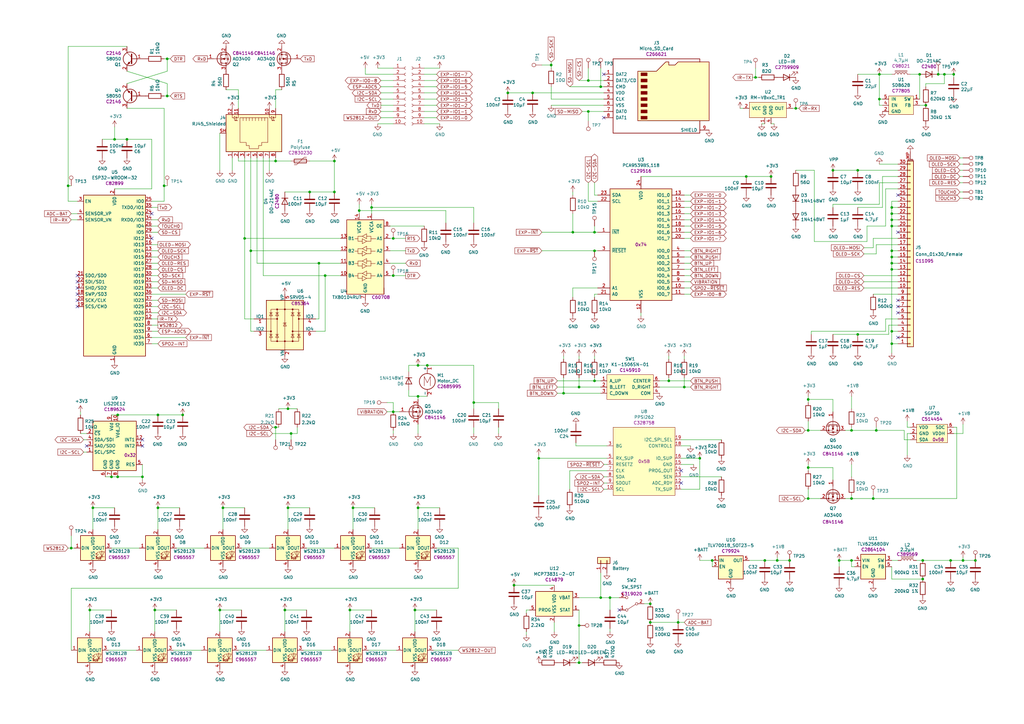
<source format=kicad_sch>
(kicad_sch (version 20211123) (generator eeschema)
  (paper "A3")
  (title_block (title "Teebeutel") (date "2021-12-31") (rev "v1.0") (company "Entropia e.V.") (comment 1 "https://teebeutel.entropia.de") (comment 2 "License: CERN-OHL-S") (comment 3 "OSHW-ID: DE000117"))
  (junction (at 316.23 72.39))
  (junction (at 152.4 85.09))
  (junction (at 52.07 57.15))
  (junction (at 231.14 161.29))
  (junction (at 161.29 113.03))
  (junction (at 36.83 250.19))
  (junction (at 220.98 187.96))
  (junction (at 365.76 90.17))
  (junction (at 48.26 170.18))
  (junction (at 379.73 43.18))
  (junction (at 218.44 38.1))
  (junction (at 377.19 30.48))
  (junction (at 391.16 30.48))
  (junction (at 246.38 245.11))
  (junction (at 45.72 195.58))
  (junction (at 378.46 229.87))
  (junction (at 360.68 40.64))
  (junction (at 118.11 167.64))
  (junction (at 119.38 177.8))
  (junction (at 358.14 204.47))
  (junction (at 68.58 39.37))
  (junction (at 349.25 204.47))
  (junction (at 46.99 57.15))
  (junction (at 384.81 30.48))
  (junction (at 349.25 229.87))
  (junction (at 331.47 163.83))
  (junction (at 323.85 229.87))
  (junction (at 113.03 66.04))
  (junction (at 341.63 69.85))
  (junction (at 246.38 35.56))
  (junction (at 387.35 30.48))
  (junction (at 243.84 156.21))
  (junction (at 349.25 176.53))
  (junction (at 58.42 195.58))
  (junction (at 280.67 158.75))
  (junction (at 171.45 208.28))
  (junction (at 234.95 95.25))
  (junction (at 365.76 135.89))
  (junction (at 194.31 165.1))
  (junction (at 64.77 170.18))
  (junction (at 171.45 149.86))
  (junction (at 365.76 87.63))
  (junction (at 278.13 255.27))
  (junction (at 170.18 250.19))
  (junction (at 226.06 26.67))
  (junction (at 360.68 30.48))
  (junction (at 400.05 229.87))
  (junction (at 48.26 195.58))
  (junction (at 389.89 229.87))
  (junction (at 127 78.74))
  (junction (at 331.47 191.77))
  (junction (at 359.41 176.53))
  (junction (at 351.79 69.85))
  (junction (at 266.7 247.65))
  (junction (at 137.16 78.74))
  (junction (at 237.49 271.78))
  (junction (at 91.44 208.28))
  (junction (at 351.79 137.16))
  (junction (at 331.47 204.47))
  (junction (at 365.76 107.95))
  (junction (at 318.77 229.87))
  (junction (at 243.84 102.87))
  (junction (at 237.49 256.54))
  (junction (at 309.88 31.75))
  (junction (at 133.35 113.03))
  (junction (at 365.76 102.87))
  (junction (at 313.69 229.87))
  (junction (at 241.3 45.72))
  (junction (at 118.11 208.28))
  (junction (at 161.29 97.79))
  (junction (at 147.32 86.36))
  (junction (at 365.76 92.71))
  (junction (at 250.19 245.11))
  (junction (at 29.21 224.79))
  (junction (at 331.47 176.53))
  (junction (at 306.07 72.39))
  (junction (at 292.1 229.87))
  (junction (at 63.5 250.19))
  (junction (at 208.28 38.1))
  (junction (at 116.84 250.19))
  (junction (at 344.17 229.87))
  (junction (at 243.84 95.25))
  (junction (at 27.94 76.2))
  (junction (at 102.87 102.87))
  (junction (at 365.76 105.41))
  (junction (at 287.02 187.96))
  (junction (at 365.76 110.49))
  (junction (at 378.46 237.49))
  (junction (at 90.17 250.19))
  (junction (at 130.81 107.95))
  (junction (at 266.7 255.27))
  (junction (at 100.33 97.79))
  (junction (at 137.16 66.04))
  (junction (at 74.93 170.18))
  (junction (at 365.76 140.97))
  (junction (at 171.45 162.56))
  (junction (at 144.78 208.28))
  (junction (at 143.51 250.19))
  (junction (at 175.26 149.86))
  (junction (at 68.58 24.13))
  (junction (at 365.76 85.09))
  (junction (at 210.82 240.03))
  (junction (at 67.31 76.2))
  (junction (at 241.3 33.02))
  (junction (at 326.39 44.45))
  (junction (at 161.29 168.91))
  (junction (at 64.77 208.28))
  (junction (at 38.1 208.28))
  (junction (at 394.97 229.87))
  (junction (at 237.49 158.75))
  (junction (at 113.03 175.26))
  (junction (at 274.32 156.21))
  (no_connect (at 247.65 48.26))
  (no_connect (at 368.3 95.25))
  (no_connect (at 58.42 180.34))
  (no_connect (at 31.75 113.03))
  (no_connect (at 279.4 198.12))
  (no_connect (at 368.3 128.27))
  (no_connect (at 368.3 80.01))
  (no_connect (at 31.75 120.65))
  (no_connect (at 31.75 123.19))
  (no_connect (at 254 250.19))
  (no_connect (at 58.42 182.88))
  (no_connect (at 368.3 138.43))
  (no_connect (at 35.56 182.88))
  (no_connect (at 62.23 87.63))
  (no_connect (at 279.4 193.04))
  (no_connect (at 62.23 97.79))
  (no_connect (at 31.75 118.11))
  (no_connect (at 368.3 123.19))
  (no_connect (at 31.75 115.57))
  (no_connect (at 31.75 125.73))
  (no_connect (at 368.3 125.73))
  (no_connect (at 247.65 30.48))
  (wire (pts (xy 243.84 154.94) (xy 243.84 156.21)))
  (wire (pts (xy 250.19 245.11) (xy 250.19 250.19)))
  (wire (pts (xy 217.17 250.19) (xy 215.9 250.19)))
  (wire (pts (xy 394.97 229.87) (xy 400.05 229.87)))
  (wire (pts (xy 307.34 229.87) (xy 313.69 229.87)))
  (wire (pts (xy 130.81 107.95) (xy 130.81 130.81)))
  (wire (pts (xy 161.29 177.8) (xy 161.29 176.53)))
  (wire (pts (xy 161.29 33.02) (xy 156.21 33.02)))
  (wire (pts (xy 326.39 44.45) (xy 325.12 44.45)))
  (wire (pts (xy 283.21 92.71) (xy 280.67 92.71)))
  (wire (pts (xy 171.45 208.28) (xy 171.45 217.17)))
  (wire (pts (xy 368.3 133.35) (xy 364.49 133.35)))
  (wire (pts (xy 99.06 224.79) (xy 110.49 224.79)))
  (wire (pts (xy 170.18 250.19) (xy 170.18 259.08)))
  (wire (pts (xy 355.6 99.06) (xy 355.6 92.71)))
  (wire (pts (xy 67.31 24.13) (xy 68.58 24.13)))
  (wire (pts (xy 173.99 50.8) (xy 180.34 50.8)))
  (wire (pts (xy 215.9 260.35) (xy 215.9 259.08)))
  (wire (pts (xy 74.93 170.18) (xy 64.77 170.18)))
  (wire (pts (xy 48.26 195.58) (xy 58.42 195.58)))
  (wire (pts (xy 377.19 30.48) (xy 377.19 40.64)))
  (wire (pts (xy 316.23 50.8) (xy 317.5 50.8)))
  (wire (pts (xy 365.76 92.71) (xy 365.76 90.17)))
  (wire (pts (xy 156.21 48.26) (xy 161.29 48.26)))
  (wire (pts (xy 243.84 95.25) (xy 243.84 92.71)))
  (wire (pts (xy 393.7 78.74) (xy 394.97 78.74)))
  (wire (pts (xy 220.98 187.96) (xy 248.92 187.96)))
  (wire (pts (xy 280.67 113.03) (xy 283.21 113.03)))
  (wire (pts (xy 41.91 57.15) (xy 46.99 57.15)))
  (wire (pts (xy 64.77 170.18) (xy 48.26 170.18)))
  (wire (pts (xy 309.88 27.94) (xy 309.88 31.75)))
  (wire (pts (xy 64.77 95.25) (xy 62.23 95.25)))
  (wire (pts (xy 278.13 254) (xy 278.13 255.27)))
  (wire (pts (xy 365.76 229.87) (xy 368.3 229.87)))
  (wire (pts (xy 167.64 149.86) (xy 171.45 149.86)))
  (wire (pts (xy 133.35 113.03) (xy 139.7 113.03)))
  (wire (pts (xy 139.7 107.95) (xy 130.81 107.95)))
  (wire (pts (xy 68.58 39.37) (xy 68.58 34.29)))
  (wire (pts (xy 62.23 115.57) (xy 64.77 115.57)))
  (wire (pts (xy 231.14 154.94) (xy 231.14 161.29)))
  (wire (pts (xy 226.06 43.18) (xy 247.65 43.18)))
  (wire (pts (xy 270.51 156.21) (xy 274.32 156.21)))
  (wire (pts (xy 236.22 182.88) (xy 248.92 182.88)))
  (wire (pts (xy 365.76 144.78) (xy 365.76 140.97)))
  (wire (pts (xy 384.81 30.48) (xy 387.35 30.48)))
  (wire (pts (xy 341.63 191.77) (xy 341.63 196.85)))
  (wire (pts (xy 372.11 172.72) (xy 372.11 175.26)))
  (wire (pts (xy 387.35 34.29) (xy 387.35 30.48)))
  (wire (pts (xy 280.67 80.01) (xy 283.21 80.01)))
  (wire (pts (xy 279.4 200.66) (xy 287.02 200.66)))
  (wire (pts (xy 262.89 72.39) (xy 306.07 72.39)))
  (wire (pts (xy 350.52 229.87) (xy 349.25 229.87)))
  (wire (pts (xy 204.47 167.64) (xy 204.47 165.1)))
  (wire (pts (xy 167.64 152.4) (xy 167.64 149.86)))
  (wire (pts (xy 222.25 95.25) (xy 234.95 95.25)))
  (wire (pts (xy 64.77 113.03) (xy 62.23 113.03)))
  (wire (pts (xy 62.23 138.43) (xy 76.2 138.43)))
  (wire (pts (xy 358.14 101.6) (xy 354.33 101.6)))
  (wire (pts (xy 370.84 176.53) (xy 370.84 180.34)))
  (wire (pts (xy 151.13 266.7) (xy 162.56 266.7)))
  (wire (pts (xy 100.33 64.77) (xy 100.33 97.79)))
  (wire (pts (xy 226.06 35.56) (xy 226.06 40.64)))
  (wire (pts (xy 365.76 87.63) (xy 368.3 87.63)))
  (wire (pts (xy 358.14 203.2) (xy 358.14 204.47)))
  (wire (pts (xy 331.47 176.53) (xy 336.55 176.53)))
  (wire (pts (xy 283.21 110.49) (xy 280.67 110.49)))
  (wire (pts (xy 365.76 232.41) (xy 365.76 237.49)))
  (wire (pts (xy 360.68 40.64) (xy 360.68 43.18)))
  (wire (pts (xy 309.88 31.75) (xy 308.61 31.75)))
  (wire (pts (xy 97.79 36.83) (xy 92.71 36.83)))
  (wire (pts (xy 344.17 229.87) (xy 344.17 232.41)))
  (wire (pts (xy 365.76 92.71) (xy 365.76 102.87)))
  (wire (pts (xy 90.17 250.19) (xy 99.06 250.19)))
  (wire (pts (xy 33.02 177.8) (xy 35.56 177.8)))
  (wire (pts (xy 283.21 85.09) (xy 280.67 85.09)))
  (wire (pts (xy 64.77 92.71) (xy 62.23 92.71)))
  (wire (pts (xy 280.67 158.75) (xy 283.21 158.75)))
  (wire (pts (xy 332.74 135.89) (xy 363.22 135.89)))
  (wire (pts (xy 68.58 24.13) (xy 69.85 24.13)))
  (wire (pts (xy 368.3 113.03) (xy 354.33 113.03)))
  (wire (pts (xy 91.44 208.28) (xy 100.33 208.28)))
  (wire (pts (xy 280.67 95.25) (xy 283.21 95.25)))
  (wire (pts (xy 266.7 255.27) (xy 278.13 255.27)))
  (wire (pts (xy 102.87 64.77) (xy 102.87 102.87)))
  (wire (pts (xy 365.76 30.48) (xy 360.68 30.48)))
  (wire (pts (xy 365.76 90.17) (xy 368.3 90.17)))
  (wire (pts (xy 64.77 128.27) (xy 62.23 128.27)))
  (wire (pts (xy 384.81 29.21) (xy 384.81 30.48)))
  (wire (pts (xy 228.6 156.21) (xy 243.84 156.21)))
  (wire (pts (xy 234.95 80.01) (xy 234.95 78.74)))
  (wire (pts (xy 100.33 97.79) (xy 100.33 130.81)))
  (wire (pts (xy 279.4 187.96) (xy 287.02 187.96)))
  (wire (pts (xy 194.31 167.64) (xy 194.31 165.1)))
  (wire (pts (xy 365.76 90.17) (xy 365.76 87.63)))
  (wire (pts (xy 58.42 196.85) (xy 58.42 195.58)))
  (wire (pts (xy 64.77 85.09) (xy 62.23 85.09)))
  (wire (pts (xy 62.23 120.65) (xy 76.2 120.65)))
  (wire (pts (xy 68.58 34.29) (xy 52.07 29.21)))
  (wire (pts (xy 64.77 107.95) (xy 62.23 107.95)))
  (wire (pts (xy 330.2 176.53) (xy 331.47 176.53)))
  (wire (pts (xy 311.15 31.75) (xy 309.88 31.75)))
  (wire (pts (xy 243.84 95.25) (xy 245.11 95.25)))
  (wire (pts (xy 346.71 176.53) (xy 349.25 176.53)))
  (wire (pts (xy 160.02 92.71) (xy 173.99 92.71)))
  (wire (pts (xy 360.68 83.82) (xy 360.68 74.93)))
  (wire (pts (xy 394.97 74.93) (xy 393.7 74.93)))
  (wire (pts (xy 27.94 19.05) (xy 52.07 19.05)))
  (wire (pts (xy 280.67 87.63) (xy 283.21 87.63)))
  (wire (pts (xy 62.23 133.35) (xy 64.77 133.35)))
  (wire (pts (xy 180.34 27.94) (xy 173.99 27.94)))
  (wire (pts (xy 331.47 191.77) (xy 331.47 193.04)))
  (wire (pts (xy 243.84 80.01) (xy 243.84 74.93)))
  (wire (pts (xy 341.63 191.77) (xy 331.47 191.77)))
  (wire (pts (xy 372.11 175.26) (xy 373.38 175.26)))
  (wire (pts (xy 38.1 208.28) (xy 38.1 217.17)))
  (wire (pts (xy 67.31 76.2) (xy 67.31 82.55)))
  (wire (pts (xy 303.53 44.45) (xy 304.8 44.45)))
  (wire (pts (xy 373.38 30.48) (xy 377.19 30.48)))
  (wire (pts (xy 127 78.74) (xy 137.16 78.74)))
  (wire (pts (xy 365.76 102.87) (xy 365.76 105.41)))
  (wire (pts (xy 118.11 208.28) (xy 127 208.28)))
  (wire (pts (xy 250.19 245.11) (xy 254 245.11)))
  (wire (pts (xy 287.02 229.87) (xy 292.1 229.87)))
  (wire (pts (xy 379.73 43.18) (xy 377.19 43.18)))
  (wire (pts (xy 393.7 72.39) (xy 394.97 72.39)))
  (wire (pts (xy 264.16 247.65) (xy 266.7 247.65)))
  (wire (pts (xy 45.72 224.79) (xy 57.15 224.79)))
  (wire (pts (xy 29.21 224.79) (xy 30.48 224.79)))
  (wire (pts (xy 365.76 85.09) (xy 368.3 85.09)))
  (wire (pts (xy 391.16 30.48) (xy 391.16 31.75)))
  (wire (pts (xy 179.07 30.48) (xy 173.99 30.48)))
  (wire (pts (xy 173.99 33.02) (xy 179.07 33.02)))
  (wire (pts (xy 351.79 85.09) (xy 361.95 85.09)))
  (wire (pts (xy 243.84 102.87) (xy 245.11 102.87)))
  (wire (pts (xy 44.45 266.7) (xy 55.88 266.7)))
  (wire (pts (xy 100.33 97.79) (xy 139.7 97.79)))
  (wire (pts (xy 171.45 162.56) (xy 175.26 162.56)))
  (wire (pts (xy 173.99 38.1) (xy 179.07 38.1)))
  (wire (pts (xy 349.25 176.53) (xy 359.41 176.53)))
  (wire (pts (xy 341.63 85.09) (xy 341.63 83.82)))
  (wire (pts (xy 113.03 36.83) (xy 115.57 36.83)))
  (wire (pts (xy 137.16 66.04) (xy 137.16 78.74)))
  (wire (pts (xy 358.14 204.47) (xy 392.43 204.47)))
  (wire (pts (xy 233.68 35.56) (xy 246.38 35.56)))
  (wire (pts (xy 124.46 266.7) (xy 135.89 266.7)))
  (wire (pts (xy 360.68 30.48) (xy 360.68 40.64)))
  (wire (pts (xy 274.32 154.94) (xy 274.32 156.21)))
  (wire (pts (xy 368.3 110.49) (xy 365.76 110.49)))
  (wire (pts (xy 147.32 83.82) (xy 147.32 86.36)))
  (wire (pts (xy 152.4 224.79) (xy 163.83 224.79)))
  (wire (pts (xy 64.77 100.33) (xy 62.23 100.33)))
  (wire (pts (xy 36.83 250.19) (xy 36.83 259.08)))
  (wire (pts (xy 64.77 135.89) (xy 62.23 135.89)))
  (wire (pts (xy 161.29 113.03) (xy 160.02 113.03)))
  (wire (pts (xy 370.84 180.34) (xy 373.38 180.34)))
  (wire (pts (xy 280.67 90.17) (xy 283.21 90.17)))
  (wire (pts (xy 119.38 180.34) (xy 119.38 177.8)))
  (wire (pts (xy 179.07 224.79) (xy 187.96 224.79)))
  (wire (pts (xy 368.3 72.39) (xy 361.95 72.39)))
  (wire (pts (xy 360.68 67.31) (xy 368.3 67.31)))
  (wire (pts (xy 334.01 99.06) (xy 355.6 99.06)))
  (wire (pts (xy 127 66.04) (xy 137.16 66.04)))
  (wire (pts (xy 327.66 44.45) (xy 326.39 44.45)))
  (wire (pts (xy 365.76 105.41) (xy 365.76 107.95)))
  (wire (pts (xy 234.95 87.63) (xy 234.95 95.25)))
  (wire (pts (xy 161.29 97.79) (xy 160.02 97.79)))
  (wire (pts (xy 67.31 44.45) (xy 67.31 76.2)))
  (wire (pts (xy 158.75 165.1) (xy 161.29 165.1)))
  (wire (pts (xy 113.03 180.34) (xy 113.03 175.26)))
  (wire (pts (xy 29.21 219.71) (xy 29.21 224.79)))
  (wire (pts (xy 171.45 149.86) (xy 175.26 149.86)))
  (wire (pts (xy 331.47 163.83) (xy 331.47 165.1)))
  (wire (pts (xy 247.65 195.58) (xy 248.92 195.58)))
  (wire (pts (xy 228.6 161.29) (xy 231.14 161.29)))
  (wire (pts (xy 365.76 105.41) (xy 368.3 105.41)))
  (wire (pts (xy 161.29 113.03) (xy 166.37 113.03)))
  (wire (pts (xy 118.11 208.28) (xy 118.11 217.17)))
  (wire (pts (xy 227.33 255.27) (xy 227.33 259.08)))
  (wire (pts (xy 68.58 76.2) (xy 67.31 76.2)))
  (wire (pts (xy 246.38 27.94) (xy 246.38 35.56)))
  (wire (pts (xy 46.99 52.07) (xy 46.99 57.15)))
  (wire (pts (xy 360.68 74.93) (xy 368.3 74.93)))
  (wire (pts (xy 250.19 259.08) (xy 250.19 257.81)))
  (wire (pts (xy 393.7 64.77) (xy 394.97 64.77)))
  (wire (pts (xy 160.02 102.87) (xy 166.37 102.87)))
  (wire (pts (xy 34.29 180.34) (xy 35.56 180.34)))
  (wire (pts (xy 236.22 182.88) (xy 236.22 181.61)))
  (wire (pts (xy 346.71 204.47) (xy 349.25 204.47)))
  (wire (pts (xy 354.33 115.57) (xy 368.3 115.57)))
  (wire (pts (xy 334.01 99.06) (xy 334.01 69.85)))
  (wire (pts (xy 292.1 229.87) (xy 292.1 232.41)))
  (wire (pts (xy 64.77 208.28) (xy 64.77 217.17)))
  (wire (pts (xy 363.22 77.47) (xy 368.3 77.47)))
  (wire (pts (xy 161.29 45.72) (xy 156.21 45.72)))
  (wire (pts (xy 226.06 26.67) (xy 226.06 25.4)))
  (wire (pts (xy 364.49 133.35) (xy 364.49 137.16)))
  (wire (pts (xy 63.5 250.19) (xy 63.5 259.08)))
  (wire (pts (xy 295.91 195.58) (xy 279.4 195.58)))
  (wire (pts (xy 331.47 191.77) (xy 331.47 190.5)))
  (wire (pts (xy 204.47 165.1) (xy 194.31 165.1)))
  (wire (pts (xy 27.94 82.55) (xy 31.75 82.55)))
  (wire (pts (xy 237.49 158.75) (xy 228.6 158.75)))
  (wire (pts (xy 194.31 149.86) (xy 194.31 165.1)))
  (wire (pts (xy 143.51 250.19) (xy 152.4 250.19)))
  (wire (pts (xy 394.97 177.8) (xy 394.97 173.99)))
  (wire (pts (xy 246.38 245.11) (xy 250.19 245.11)))
  (wire (pts (xy 349.25 232.41) (xy 349.25 229.87)))
  (wire (pts (xy 241.3 27.94) (xy 241.3 33.02)))
  (wire (pts (xy 116.84 250.19) (xy 116.84 259.08)))
  (wire (pts (xy 179.07 43.18) (xy 173.99 43.18)))
  (wire (pts (xy 318.77 228.6) (xy 318.77 229.87)))
  (wire (pts (xy 29.21 90.17) (xy 31.75 90.17)))
  (wire (pts (xy 280.67 147.32) (xy 280.67 146.05)))
  (wire (pts (xy 175.26 149.86) (xy 194.31 149.86)))
  (wire (pts (xy 279.4 190.5) (xy 284.48 190.5)))
  (wire (pts (xy 241.3 49.53) (xy 241.3 45.72)))
  (wire (pts (xy 231.14 147.32) (xy 231.14 146.05)))
  (wire (pts (xy 161.29 38.1) (xy 156.21 38.1)))
  (wire (pts (xy 368.3 118.11) (xy 354.33 118.11)))
  (wire (pts (xy 341.63 83.82) (xy 360.68 83.82)))
  (wire (pts (xy 179.07 35.56) (xy 173.99 35.56)))
  (wire (pts (xy 144.78 208.28) (xy 153.67 208.28)))
  (wire (pts (xy 332.74 135.89) (xy 332.74 137.16)))
  (wire (pts (xy 359.41 175.26) (xy 359.41 176.53)))
  (wire (pts (xy 358.14 120.65) (xy 368.3 120.65)))
  (wire (pts (xy 375.92 229.87) (xy 378.46 229.87)))
  (wire (pts (xy 389.89 229.87) (xy 394.97 229.87)))
  (wire (pts (xy 52.07 57.15) (xy 62.23 57.15)))
  (wire (pts (xy 33.02 170.18) (xy 33.02 168.91)))
  (wire (pts (xy 394.97 67.31) (xy 393.7 67.31)))
  (wire (pts (xy 359.41 104.14) (xy 359.41 100.33)))
  (wire (pts (xy 233.68 200.66) (xy 233.68 193.04)))
  (wire (pts (xy 208.28 38.1) (xy 218.44 38.1)))
  (wire (pts (xy 125.73 224.79) (xy 137.16 224.79)))
  (wire (pts (xy 210.82 240.03) (xy 227.33 240.03)))
  (wire (pts (xy 349.25 190.5) (xy 349.25 195.58)))
  (wire (pts (xy 149.86 30.48) (xy 149.86 27.94)))
  (wire (pts (xy 243.84 80.01) (xy 245.11 80.01)))
  (wire (pts (xy 365.76 102.87) (xy 368.3 102.87)))
  (wire (pts (xy 373.38 177.8) (xy 372.11 177.8)))
  (wire (pts (xy 280.67 154.94) (xy 280.67 158.75)))
  (wire (pts (xy 365.76 237.49) (xy 378.46 237.49)))
  (wire (pts (xy 29.21 241.3) (xy 29.21 266.7)))
  (wire (pts (xy 234.95 118.11) (xy 245.11 118.11)))
  (wire (pts (xy 63.5 250.19) (xy 72.39 250.19)))
  (wire (pts (xy 349.25 232.41) (xy 350.52 232.41)))
  (wire (pts (xy 238.76 45.72) (xy 241.3 45.72)))
  (wire (pts (xy 354.33 104.14) (xy 359.41 104.14)))
  (wire (pts (xy 64.77 208.28) (xy 73.66 208.28)))
  (wire (pts (xy 97.79 44.45) (xy 97.79 36.83)))
  (wire (pts (xy 274.32 156.21) (xy 283.21 156.21)))
  (wire (pts (xy 231.14 161.29) (xy 246.38 161.29)))
  (wire (pts (xy 237.49 154.94) (xy 237.49 158.75)))
  (wire (pts (xy 118.11 167.64) (xy 121.92 167.64)))
  (wire (pts (xy 236.22 271.78) (xy 237.49 271.78)))
  (wire (pts (xy 237.49 256.54) (xy 237.49 271.78)))
  (wire (pts (xy 378.46 229.87) (xy 389.89 229.87)))
  (wire (pts (xy 351.79 69.85) (xy 368.3 69.85)))
  (wire (pts (xy 64.77 105.41) (xy 62.23 105.41)))
  (wire (pts (xy 274.32 147.32) (xy 274.32 146.05)))
  (wire (pts (xy 45.72 170.18) (xy 48.26 170.18)))
  (wire (pts (xy 161.29 50.8) (xy 154.94 50.8)))
  (wire (pts (xy 280.67 97.79) (xy 283.21 97.79)))
  (wire (pts (xy 358.14 97.79) (xy 358.14 101.6)))
  (wire (pts (xy 379.73 34.29) (xy 379.73 35.56)))
  (wire (pts (xy 67.31 39.37) (xy 68.58 39.37)))
  (wire (pts (xy 38.1 208.28) (xy 46.99 208.28)))
  (wire (pts (xy 280.67 115.57) (xy 283.21 115.57)))
  (wire (pts (xy 46.99 77.47) (xy 62.23 77.47)))
  (wire (pts (xy 29.21 76.2) (xy 27.94 76.2)))
  (wire (pts (xy 29.21 87.63) (xy 31.75 87.63)))
  (wire (pts (xy 287.02 187.96) (xy 287.02 200.66)))
  (wire (pts (xy 331.47 172.72) (xy 331.47 176.53)))
  (wire (pts (xy 247.65 190.5) (xy 248.92 190.5)))
  (wire (pts (xy 237.49 271.78) (xy 238.76 271.78)))
  (wire (pts (xy 218.44 38.1) (xy 247.65 38.1)))
  (wire (pts (xy 368.3 92.71) (xy 365.76 92.71)))
  (wire (pts (xy 71.12 266.7) (xy 82.55 266.7)))
  (wire (pts (xy 64.77 123.19) (xy 62.23 123.19)))
  (wire (pts (xy 68.58 29.21) (xy 68.58 24.13)))
  (wire (pts (xy 365.76 135.89) (xy 368.3 135.89)))
  (wire (pts (xy 27.94 82.55) (xy 27.94 76.2)))
  (wire (pts (xy 246.38 234.95) (xy 246.38 245.11)))
  (wire (pts (xy 52.07 34.29) (xy 68.58 29.21)))
  (wire (pts (xy 158.75 168.91) (xy 161.29 168.91)))
  (wire (pts (xy 102.87 102.87) (xy 139.7 102.87)))
  (wire (pts (xy 278.13 255.27) (xy 280.67 255.27)))
  (wire (pts (xy 363.22 135.89) (xy 363.22 130.81)))
  (wire (pts (xy 341.63 137.16) (xy 351.79 137.16)))
  (wire (pts (xy 360.68 43.18) (xy 361.95 43.18)))
  (wire (pts (xy 313.69 229.87) (xy 318.77 229.87)))
  (wire (pts (xy 187.96 224.79) (xy 187.96 241.3)))
  (wire (pts (xy 349.25 203.2) (xy 349.25 204.47)))
  (wire (pts (xy 331.47 204.47) (xy 336.55 204.47)))
  (wire (pts (xy 226.06 27.94) (xy 226.06 26.67)))
  (wire (pts (xy 107.95 64.77) (xy 107.95 113.03)))
  (wire (pts (xy 110.49 64.77) (xy 110.49 69.85)))
  (wire (pts (xy 237.49 250.19) (xy 237.49 256.54)))
  (wire (pts (xy 161.29 30.48) (xy 149.86 30.48)))
  (wire (pts (xy 368.3 82.55) (xy 365.76 82.55)))
  (wire (pts (xy 368.3 140.97) (xy 365.76 140.97)))
  (wire (pts (xy 46.99 57.15) (xy 52.07 57.15)))
  (wire (pts (xy 245.11 120.65) (xy 243.84 120.65)))
  (wire (pts (xy 144.78 208.28) (xy 144.78 217.17)))
  (wire (pts (xy 116.84 250.19) (xy 125.73 250.19)))
  (wire (pts (xy 243.84 147.32) (xy 243.84 146.05)))
  (wire (pts (xy 36.83 250.19) (xy 45.72 250.19)))
  (wire (pts (xy 62.23 110.49) (xy 64.77 110.49)))
  (wire (pts (xy 161.29 97.79) (xy 166.37 97.79)))
  (wire (pts (xy 119.38 66.04) (xy 113.03 66.04)))
  (wire (pts (xy 167.64 162.56) (xy 171.45 162.56)))
  (wire (pts (xy 241.3 45.72) (xy 247.65 45.72)))
  (wire (pts (xy 318.77 229.87) (xy 323.85 229.87)))
  (wire (pts (xy 359.41 100.33) (xy 368.3 100.33)))
  (wire (pts (xy 179.07 40.64) (xy 173.99 40.64)))
  (wire (pts (xy 119.38 177.8) (xy 121.92 177.8)))
  (wire (pts (xy 222.25 102.87) (xy 243.84 102.87)))
  (wire (pts (xy 102.87 102.87) (xy 102.87 135.89)))
  (wire (pts (xy 95.25 64.77) (xy 95.25 69.85)))
  (wire (pts (xy 173.99 45.72) (xy 179.07 45.72)))
  (wire (pts (xy 237.49 147.32) (xy 237.49 146.05)))
  (wire (pts (xy 90.17 250.19) (xy 90.17 259.08)))
  (wire (pts (xy 111.76 177.8) (xy 119.38 177.8)))
  (wire (pts (xy 349.25 204.47) (xy 358.14 204.47)))
  (wire (pts (xy 187.96 241.3) (xy 29.21 241.3)))
  (wire (pts (xy 171.45 162.56) (xy 171.45 163.83)))
  (wire (pts (xy 215.9 250.19) (xy 215.9 251.46)))
  (wire (pts (xy 156.21 35.56) (xy 161.29 35.56)))
  (wire (pts (xy 121.92 177.8) (xy 121.92 175.26)))
  (wire (pts (xy 179.07 48.26) (xy 173.99 48.26)))
  (wire (pts (xy 27.94 224.79) (xy 29.21 224.79)))
  (wire (pts (xy 170.18 250.19) (xy 179.07 250.19)))
  (wire (pts (xy 326.39 69.85) (xy 334.01 69.85)))
  (wire (pts (xy 64.77 130.81) (xy 62.23 130.81)))
  (wire (pts (xy 279.4 182.88) (xy 283.21 182.88)))
  (wire (pts (xy 226.06 40.64) (xy 247.65 40.64)))
  (wire (pts (xy 387.35 30.48) (xy 391.16 30.48)))
  (wire (pts (xy 113.03 175.26) (xy 114.3 175.26)))
  (wire (pts (xy 330.2 204.47) (xy 331.47 204.47)))
  (wire (pts (xy 113.03 66.04) (xy 97.79 66.04)))
  (wire (pts (xy 68.58 39.37) (xy 69.85 39.37)))
  (wire (pts (xy 246.38 158.75) (xy 237.49 158.75)))
  (wire (pts (xy 283.21 105.41) (xy 280.67 105.41)))
  (wire (pts (xy 147.32 86.36) (xy 147.32 87.63)))
  (wire (pts (xy 62.23 57.15) (xy 62.23 77.47)))
  (wire (pts (xy 368.3 97.79) (xy 358.14 97.79)))
  (wire (pts (xy 152.4 85.09) (xy 194.31 85.09)))
  (wire (pts (xy 365.76 107.95) (xy 365.76 110.49)))
  (wire (pts (xy 161.29 43.18) (xy 156.21 43.18)))
  (wire (pts (xy 241.3 82.55) (xy 245.11 82.55)))
  (wire (pts (xy 351.79 30.48) (xy 360.68 30.48)))
  (wire (pts (xy 359.41 176.53) (xy 370.84 176.53)))
  (wire (pts (xy 147.32 86.36) (xy 182.88 86.36)))
  (wire (pts (xy 130.81 107.95) (xy 105.41 107.95)))
  (wire (pts (xy 283.21 120.65) (xy 280.67 120.65)))
  (wire (pts (xy 72.39 224.79) (xy 83.82 224.79)))
  (wire (pts (xy 152.4 85.09) (xy 152.4 87.63)))
  (wire (pts (xy 363.22 92.71) (xy 363.22 77.47)))
  (wire (pts (xy 220.98 187.96) (xy 220.98 203.2)))
  (wire (pts (xy 247.65 198.12) (xy 248.92 198.12)))
  (wire (pts (xy 312.42 50.8) (xy 313.69 50.8)))
  (wire (pts (xy 248.92 193.04) (xy 233.68 193.04)))
  (wire (pts (xy 62.23 125.73) (xy 64.77 125.73)))
  (wire (pts (xy 349.25 162.56) (xy 349.25 167.64)))
  (wire (pts (xy 154.94 27.94) (xy 161.29 27.94)))
  (wire (pts (xy 365.76 82.55) (xy 365.76 85.09)))
  (wire (pts (xy 220.98 186.69) (xy 220.98 187.96)))
  (wire (pts (xy 64.77 90.17) (xy 62.23 90.17)))
  (wire (pts (xy 62.23 82.55) (xy 67.31 82.55)))
  (wire (pts (xy 64.77 140.97) (xy 62.23 140.97)))
  (wire (pts (xy 105.41 64.77) (xy 105.41 107.95)))
  (wire (pts (xy 100.33 130.81) (xy 104.14 130.81)))
  (wire (pts (xy 43.18 195.58) (xy 45.72 195.58)))
  (wire (pts (xy 160.02 107.95) (xy 166.37 107.95)))
  (wire (pts (xy 341.63 163.83) (xy 341.63 168.91)))
  (wire (pts (xy 241.3 33.02) (xy 247.65 33.02)))
  (wire (pts (xy 194.31 177.8) (xy 194.31 175.26)))
  (wire (pts (xy 280.67 118.11) (xy 283.21 118.11)))
  (wire (pts (xy 97.79 64.77) (xy 97.79 66.04)))
  (wire (pts (xy 241.3 74.93) (xy 241.3 82.55)))
  (wire (pts (xy 90.17 54.61) (xy 90.17 69.85)))
  (wire (pts (xy 97.79 266.7) (xy 109.22 266.7)))
  (wire (pts (xy 234.95 118.11) (xy 234.95 121.92)))
  (wire (pts (xy 280.67 107.95) (xy 283.21 107.95)))
  (wire (pts (xy 364.49 137.16) (xy 351.79 137.16)))
  (wire (pts (xy 234.95 95.25) (xy 243.84 95.25)))
  (wire (pts (xy 379.73 34.29) (xy 387.35 34.29)))
  (wire (pts (xy 295.91 180.34) (xy 279.4 180.34)))
  (wire (pts (xy 344.17 229.87) (xy 349.25 229.87)))
  (wire (pts (xy 52.07 44.45) (xy 67.31 44.45)))
  (wire (pts (xy 246.38 35.56) (xy 247.65 35.56)))
  (wire (pts (xy 331.47 163.83) (xy 331.47 162.56)))
  (wire (pts (xy 171.45 208.28) (xy 180.34 208.28)))
  (wire (pts (xy 64.77 102.87) (xy 62.23 102.87)))
  (wire (pts (xy 64.77 118.11) (xy 62.23 118.11)))
  (wire (pts (xy 45.72 195.58) (xy 48.26 195.58)))
  (wire (pts (xy 113.03 44.45) (xy 113.03 36.83)))
  (wire (pts (xy 27.94 19.05) (xy 27.94 76.2)))
  (wire (pts (xy 161.29 168.91) (xy 163.83 168.91)))
  (wire (pts (xy 391.16 175.26) (xy 392.43 175.26)))
  (wire (pts (xy 392.43 175.26) (xy 392.43 204.47)))
  (wire (pts (xy 270.51 158.75) (xy 280.67 158.75)))
  (wire (pts (xy 129.54 135.89) (xy 133.35 135.89)))
  (wire (pts (xy 237.49 33.02) (xy 241.3 33.02)))
  (wire (pts (xy 116.84 78.74) (xy 127 78.74)))
  (wire (pts (xy 35.56 185.42) (xy 34.29 185.42)))
  (wire (pts (xy 182.88 91.44) (xy 182.88 86.36)))
  (wire (pts (xy 152.4 83.82) (xy 152.4 85.09)))
  (wire (pts (xy 113.03 64.77) (xy 113.03 66.04)))
  (wire (pts (xy 243.84 120.65) (xy 243.84 121.92)))
  (wire (pts (xy 58.42 195.58) (xy 58.42 190.5)))
  (wire (pts (xy 143.51 250.19) (xy 143.51 259.08)))
  (wire (pts (xy 248.92 200.66) (xy 247.65 200.66)))
  (wire (pts (xy 365.76 85.09) (xy 365.76 87.63)))
  (wire (pts (xy 222.25 26.67) (xy 226.06 26.67)))
  (wire (pts (xy 394.97 228.6) (xy 394.97 229.87)))
  (wire (pts (xy 130.81 130.81) (xy 129.54 130.81)))
  (wire (pts (xy 349.25 175.26) (xy 349.25 176.53)))
  (wire (pts (xy 361.95 72.39) (xy 361.95 85.09)))
  (wire (pts (xy 262.89 129.54) (xy 262.89 128.27)))
  (wire (pts (xy 114.3 167.64) (xy 118.11 167.64)))
  (wire (pts (xy 391.16 177.8) (xy 394.97 177.8)))
  (wire (pts (xy 393.7 69.85) (xy 394.97 69.85)))
  (wire (pts (xy 331.47 200.66) (xy 331.47 204.47)))
  (wire (pts (xy 341.63 163.83) (xy 331.47 163.83)))
  (wire (pts (xy 243.84 156.21) (xy 246.38 156.21)))
  (wire (pts (xy 161.29 165.1) (xy 161.29 168.91)))
  (wire (pts (xy 156.21 40.64) (xy 161.29 40.64)))
  (wire (pts (xy 104.14 135.89) (xy 102.87 135.89)))
  (wire (pts (xy 111.76 175.26) (xy 113.03 175.26)))
  (wire (pts (xy 368.3 107.95) (xy 365.76 107.95)))
  (wire (pts (xy 204.47 175.26) (xy 204.47 177.8)))
  (wire (pts (xy 361.95 40.64) (xy 360.68 40.64)))
  (wire (pts (xy 280.67 102.87) (xy 283.21 102.87)))
  (wire (pts (xy 107.95 113.03) (xy 133.35 113.03)))
  (wire (pts (xy 355.6 92.71) (xy 363.22 92.71)))
  (wire (pts (xy 394.97 81.28) (xy 393.7 81.28)))
  (wire (pts (xy 368.3 130.81) (xy 363.22 130.81)))
  (wire (pts (xy 306.07 72.39) (xy 316.23 72.39)))
  (wire (pts (xy 91.44 208.28) (xy 91.44 217.17)))
  (wire (pts (xy 194.31 85.09) (xy 194.31 91.44)))
  (wire (pts (xy 177.8 266.7) (xy 187.96 266.7)))
  (wire (pts (xy 365.76 135.89) (xy 365.76 140.97)))
  (wire (pts (xy 167.64 160.02) (xy 167.64 162.56)))
  (wire (pts (xy 133.35 113.03) (xy 133.35 135.89)))
  (wire (pts (xy 372.11 177.8) (xy 372.11 186.69)))
  (wire (pts (xy 365.76 110.49) (xy 365.76 135.89)))
  (wire (pts (xy 341.63 69.85) (xy 351.79 69.85)))
  (wire (pts (xy 237.49 245.11) (xy 246.38 245.11)))
  (wire (pts (xy 280.67 82.55) (xy 283.21 82.55)))
  (wire (pts (xy 171.45 173.99) (xy 171.45 177.8)))
  (global_label "EXP-IO1-5" (shape bidirectional) (at 283.21 92.71 0) (property "Intersheet References" "${INTERSHEET_REFS}" (effects hide)))
  (global_label "ADC-BAT" (shape input) (at 280.67 255.27 0) (property "Intersheet References" "${INTERSHEET_REFS}" (effects hide)))
  (global_label "OLED-RES" (shape input) (at 393.7 74.93 180) (property "Intersheet References" "${INTERSHEET_REFS}" (effects hide)))
  (global_label "ESP-ADC5" (shape bidirectional) (at 64.77 135.89 0) (property "Intersheet References" "${INTERSHEET_REFS}" (effects hide)))
  (global_label "BTN_PUSH" (shape input) (at 283.21 105.41 0) (property "Intersheet References" "${INTERSHEET_REFS}" (effects hide)))
  (global_label "EXP-IO1-2" (shape bidirectional) (at 283.21 85.09 0) (property "Intersheet References" "${INTERSHEET_REFS}" (effects hide)))
  (global_label "I2C-SCL" (shape input) (at 111.76 177.8 180) (property "Intersheet References" "${INTERSHEET_REFS}" (effects hide)))
  (global_label "I2C-SDA" (shape bidirectional) (at 111.76 175.26 180) (property "Intersheet References" "${INTERSHEET_REFS}" (effects hide)))
  (global_label "RTS" (shape output) (at 166.37 97.79 0) (property "Intersheet References" "${INTERSHEET_REFS}" (effects hide)))
  (global_label "EXP-IO1-3" (shape bidirectional) (at 283.21 87.63 0) (property "Intersheet References" "${INTERSHEET_REFS}" (effects hide)))
  (global_label "DTR" (shape output) (at 166.37 113.03 0) (property "Intersheet References" "${INTERSHEET_REFS}" (effects hide)))
  (global_label "IR-TX" (shape output) (at 64.77 130.81 0) (property "Intersheet References" "${INTERSHEET_REFS}" (effects hide)))
  (global_label "OLED-DC" (shape input) (at 393.7 72.39 180) (property "Intersheet References" "${INTERSHEET_REFS}" (effects hide)))
  (global_label "OLED-SCK" (shape input) (at 354.33 104.14 180) (property "Intersheet References" "${INTERSHEET_REFS}" (effects hide)))
  (global_label "ESP-ADC5" (shape bidirectional) (at 156.21 35.56 180) (property "Intersheet References" "${INTERSHEET_REFS}" (effects hide)))
  (global_label "EXP-IO1-5" (shape bidirectional) (at 179.07 35.56 0) (property "Intersheet References" "${INTERSHEET_REFS}" (effects hide)))
  (global_label "I2C-SDA" (shape bidirectional) (at 64.77 128.27 0) (property "Intersheet References" "${INTERSHEET_REFS}" (effects hide)))
  (global_label "SD-SCK" (shape input) (at 64.77 113.03 0) (property "Intersheet References" "${INTERSHEET_REFS}" (effects hide)))
  (global_label "IR-TX" (shape output) (at 308.61 31.75 180) (property "Intersheet References" "${INTERSHEET_REFS}" (effects hide)))
  (global_label "EXP-IO1-0" (shape bidirectional) (at 179.07 48.26 0) (property "Intersheet References" "${INTERSHEET_REFS}" (effects hide)))
  (global_label "BTN_LEFT" (shape input) (at 283.21 110.49 0) (property "Intersheet References" "${INTERSHEET_REFS}" (effects hide)))
  (global_label "EXP-~{INT}" (shape input) (at 222.25 95.25 180) (property "Intersheet References" "${INTERSHEET_REFS}" (effects hide)))
  (global_label "EXP-~{RST}" (shape input) (at 76.2 120.65 0) (property "Intersheet References" "${INTERSHEET_REFS}" (effects hide)))
  (global_label "OLED-MOSI" (shape input) (at 393.7 64.77 180) (property "Intersheet References" "${INTERSHEET_REFS}" (effects hide)))
  (global_label "I2C-SDA" (shape bidirectional) (at 247.65 195.58 180) (property "Intersheet References" "${INTERSHEET_REFS}" (effects hide)))
  (global_label "OLED-RES" (shape input) (at 354.33 118.11 180) (property "Intersheet References" "${INTERSHEET_REFS}" (effects hide)))
  (global_label "BTN_UP" (shape input) (at 228.6 156.21 180) (property "Intersheet References" "${INTERSHEET_REFS}" (effects hide)))
  (global_label "I2C-SCL" (shape input) (at 156.21 40.64 180) (property "Intersheet References" "${INTERSHEET_REFS}" (effects hide)))
  (global_label "BTN_DOWN" (shape input) (at 228.6 161.29 180) (property "Intersheet References" "${INTERSHEET_REFS}" (effects hide)))
  (global_label "OLED-SCK" (shape input) (at 393.7 67.31 180) (property "Intersheet References" "${INTERSHEET_REFS}" (effects hide)))
  (global_label "RxD" (shape input) (at 156.21 45.72 180) (property "Intersheet References" "${INTERSHEET_REFS}" (effects hide)))
  (global_label "TxD" (shape output) (at 156.21 43.18 180) (property "Intersheet References" "${INTERSHEET_REFS}" (effects hide)))
  (global_label "I2C-SDA" (shape bidirectional) (at 34.29 180.34 180) (property "Intersheet References" "${INTERSHEET_REFS}" (effects hide)))
  (global_label "BTN_RIGHT" (shape input) (at 283.21 158.75 0) (property "Intersheet References" "${INTERSHEET_REFS}" (effects hide)))
  (global_label "TOUCH3" (shape input) (at 393.7 81.28 180) (property "Intersheet References" "${INTERSHEET_REFS}" (effects hide)))
  (global_label "SPO2-INT" (shape input) (at 64.77 140.97 0) (property "Intersheet References" "${INTERSHEET_REFS}" (effects hide)))
  (global_label "EXP-IO1-6" (shape bidirectional) (at 179.07 33.02 0) (property "Intersheet References" "${INTERSHEET_REFS}" (effects hide)))
  (global_label "I2C-SDA" (shape bidirectional) (at 330.2 176.53 180) (property "Intersheet References" "${INTERSHEET_REFS}" (effects hide)))
  (global_label "SD-SCK" (shape input) (at 226.06 25.4 90) (property "Intersheet References" "${INTERSHEET_REFS}" (effects hide)))
  (global_label "EXP-IO1-2" (shape bidirectional) (at 179.07 43.18 0) (property "Intersheet References" "${INTERSHEET_REFS}" (effects hide)))
  (global_label "OLED-CS" (shape input) (at 393.7 69.85 180) (property "Intersheet References" "${INTERSHEET_REFS}" (effects hide)))
  (global_label "BTN_UP" (shape input) (at 283.21 107.95 0) (property "Intersheet References" "${INTERSHEET_REFS}" (effects hide)))
  (global_label "I2C-SDA" (shape bidirectional) (at 156.21 38.1 180) (property "Intersheet References" "${INTERSHEET_REFS}" (effects hide)))
  (global_label "OLED-CS" (shape input) (at 354.33 113.03 180) (property "Intersheet References" "${INTERSHEET_REFS}" (effects hide)))
  (global_label "OLED-SCK" (shape input) (at 64.77 102.87 0) (property "Intersheet References" "${INTERSHEET_REFS}" (effects hide)))
  (global_label "BTN_PUSH" (shape input) (at 283.21 156.21 0) (property "Intersheet References" "${INTERSHEET_REFS}" (effects hide)))
  (global_label "OLED-MOSI" (shape input) (at 354.33 101.6 180) (property "Intersheet References" "${INTERSHEET_REFS}" (effects hide)))
  (global_label "I2C-SDA" (shape bidirectional) (at 243.84 74.93 90) (property "Intersheet References" "${INTERSHEET_REFS}" (effects hide)))
  (global_label "EXP-~{RST}" (shape input) (at 222.25 102.87 180) (property "Intersheet References" "${INTERSHEET_REFS}" (effects hide)))
  (global_label "EXP-IO1-6" (shape bidirectional) (at 283.21 95.25 0) (property "Intersheet References" "${INTERSHEET_REFS}" (effects hide)))
  (global_label "EXP-IO1-1" (shape bidirectional) (at 283.21 82.55 0) (property "Intersheet References" "${INTERSHEET_REFS}" (effects hide)))
  (global_label "EXP-~{INT}" (shape input) (at 76.2 138.43 0) (property "Intersheet References" "${INTERSHEET_REFS}" (effects hide)))
  (global_label "RTS" (shape input) (at 69.85 39.37 0) (property "Intersheet References" "${INTERSHEET_REFS}" (effects hide)))
  (global_label "SD-CS" (shape input) (at 64.77 95.25 0) (property "Intersheet References" "${INTERSHEET_REFS}" (effects hide)))
  (global_label "VIBRATION" (shape input) (at 158.75 168.91 180) (property "Intersheet References" "${INTERSHEET_REFS}" (effects hide)))
  (global_label "EXP-IO1-7" (shape bidirectional) (at 283.21 97.79 0) (property "Intersheet References" "${INTERSHEET_REFS}" (effects hide)))
  (global_label "IR-RX" (shape input) (at 327.66 44.45 0) (property "Intersheet References" "${INTERSHEET_REFS}" (effects hide)))
  (global_label "OLED-DC" (shape input) (at 354.33 115.57 180) (property "Intersheet References" "${INTERSHEET_REFS}" (effects hide)))
  (global_label "WS2812-OUT" (shape input) (at 187.96 266.7 0) (property "Intersheet References" "${INTERSHEET_REFS}" (effects hide)))
  (global_label "RxD" (shape input) (at 166.37 107.95 0) (property "Intersheet References" "${INTERSHEET_REFS}" (effects hide)))
  (global_label "EXP-IO1-1" (shape bidirectional) (at 179.07 45.72 0) (property "Intersheet References" "${INTERSHEET_REFS}" (effects hide)))
  (global_label "SD-CS" (shape input) (at 237.49 33.02 90) (property "Intersheet References" "${INTERSHEET_REFS}" (effects hide)))
  (global_label "TOUCH3" (shape input) (at 64.77 105.41 0) (property "Intersheet References" "${INTERSHEET_REFS}" (effects hide)))
  (global_label "SD-MOSI" (shape input) (at 64.77 123.19 0) (property "Intersheet References" "${INTERSHEET_REFS}" (effects hide)))
  (global_label "TOUCH0" (shape input) (at 393.7 78.74 180) (property "Intersheet References" "${INTERSHEET_REFS}" (effects hide)))
  (global_label "SD-MISO" (shape input) (at 64.77 115.57 0) (property "Intersheet References" "${INTERSHEET_REFS}" (effects hide)))
  (global_label "OLED-MOSI" (shape output) (at 64.77 100.33 0) (property "Intersheet References" "${INTERSHEET_REFS}" (effects hide)))
  (global_label "IR-RX" (shape input) (at 29.21 90.17 180) (property "Intersheet References" "${INTERSHEET_REFS}" (effects hide)))
  (global_label "EXP-IO0-8" (shape bidirectional) (at 283.21 120.65 0) (property "Intersheet References" "${INTERSHEET_REFS}" (effects hide)))
  (global_label "WS2812-OUT" (shape input) (at 156.21 48.26 180) (property "Intersheet References" "${INTERSHEET_REFS}" (effects hide)))
  (global_label "I2C-SCL" (shape input) (at 64.77 125.73 0) (property "Intersheet References" "${INTERSHEET_REFS}" (effects hide)))
  (global_label "TxD" (shape output) (at 64.77 85.09 0) (property "Intersheet References" "${INTERSHEET_REFS}" (effects hide)))
  (global_label "SD-MISO" (shape input) (at 238.76 45.72 180) (property "Intersheet References" "${INTERSHEET_REFS}" (effects hide)))
  (global_label "SPO2-~{RESET}" (shape input) (at 247.65 190.5 180) (property "Intersheet References" "${INTERSHEET_REFS}" (effects hide)))
  (global_label "RxD" (shape output) (at 85.09 24.13 180) (property "Intersheet References" "${INTERSHEET_REFS}" (effects hide)))
  (global_label "DTR" (shape input) (at 69.85 24.13 0) (property "Intersheet References" "${INTERSHEET_REFS}" (effects hide)))
  (global_label "SPO2-~{RESET}" (shape input) (at 283.21 118.11 0) (property "Intersheet References" "${INTERSHEET_REFS}" (effects hide)))
  (global_label "BTN_DOWN" (shape input) (at 283.21 113.03 0) (property "Intersheet References" "${INTERSHEET_REFS}" (effects hide)))
  (global_label "WS2812" (shape input) (at 27.94 224.79 180) (property "Intersheet References" "${INTERSHEET_REFS}" (effects hide)))
  (global_label "TOUCH0" (shape input) (at 64.77 92.71 0) (property "Intersheet References" "${INTERSHEET_REFS}" (effects hide)))
  (global_label "EXP-IO1-0" (shape bidirectional) (at 283.21 80.01 0) (property "Intersheet References" "${INTERSHEET_REFS}" (effects hide)))
  (global_label "I2C-SCL" (shape input) (at 241.3 74.93 90) (property "Intersheet References" "${INTERSHEET_REFS}" (effects hide)))
  (global_label "EXP-IO1-4" (shape bidirectional) (at 283.21 90.17 0) (property "Intersheet References" "${INTERSHEET_REFS}" (effects hide)))
  (global_label "TxD" (shape output) (at 166.37 102.87 0) (property "Intersheet References" "${INTERSHEET_REFS}" (effects hide)))
  (global_label "SPO2-INT" (shape input) (at 247.65 198.12 180) (property "Intersheet References" "${INTERSHEET_REFS}" (effects hide)))
  (global_label "BTN_LEFT" (shape input) (at 228.6 158.75 180) (property "Intersheet References" "${INTERSHEET_REFS}" (effects hide)))
  (global_label "EXP-IO1-7" (shape bidirectional) (at 179.07 30.48 0) (property "Intersheet References" "${INTERSHEET_REFS}" (effects hide)))
  (global_label "I2C-SCL" (shape input) (at 247.65 200.66 180) (property "Intersheet References" "${INTERSHEET_REFS}" (effects hide)))
  (global_label "WS2812" (shape output) (at 64.77 133.35 0) (property "Intersheet References" "${INTERSHEET_REFS}" (effects hide)))
  (global_label "SD-MOSI" (shape input) (at 233.68 35.56 90) (property "Intersheet References" "${INTERSHEET_REFS}" (effects hide)))
  (global_label "ADC-BAT" (shape input) (at 29.21 87.63 180) (property "Intersheet References" "${INTERSHEET_REFS}" (effects hide)))
  (global_label "VIBRATION" (shape input) (at 283.21 115.57 0) (property "Intersheet References" "${INTERSHEET_REFS}" (effects hide)))
  (global_label "I2C-SCL" (shape input) (at 34.29 185.42 180) (property "Intersheet References" "${INTERSHEET_REFS}" (effects hide)))
  (global_label "BTN_RIGHT" (shape input) (at 283.21 102.87 0) (property "Intersheet References" "${INTERSHEET_REFS}" (effects hide)))
  (global_label "TxD" (shape input) (at 123.19 24.13 0) (property "Intersheet References" "${INTERSHEET_REFS}" (effects hide)))
  (global_label "EXP-IO1-4" (shape bidirectional) (at 179.07 38.1 0) (property "Intersheet References" "${INTERSHEET_REFS}" (effects hide)))
  (global_label "OLED-CS" (shape input) (at 64.77 110.49 0) (property "Intersheet References" "${INTERSHEET_REFS}" (effects hide)))
  (global_label "RxD" (shape input) (at 64.77 90.17 0) (property "Intersheet References" "${INTERSHEET_REFS}" (effects hide)))
  (global_label "EXP-IO1-3" (shape bidirectional) (at 179.07 40.64 0) (property "Intersheet References" "${INTERSHEET_REFS}" (effects hide)))
  (global_label "EXP-IO0-8" (shape bidirectional) (at 156.21 33.02 180) (property "Intersheet References" "${INTERSHEET_REFS}" (effects hide)))
  (global_label "I2C-SCL" (shape input) (at 330.2 204.47 180) (property "Intersheet References" "${INTERSHEET_REFS}" (effects hide)))
  (global_label "OLED-RES" (shape input) (at 64.77 107.95 0) (property "Intersheet References" "${INTERSHEET_REFS}" (effects hide)))
  (global_label "OLED-DC" (shape input) (at 64.77 118.11 0) (property "Intersheet References" "${INTERSHEET_REFS}" (effects hide)))
  (symbol (lib_id "RF_Module:ESP32-WROOM-32") (at 46.99 113.03 0) (unit 1)
    (property "Reference" "U5" (at 46.99 70.5866 0))
    (property "Value" "ESP32-WROOM-32" (at 46.99 72.898 0))
    (property "Footprint" "RF_Module:ESP32-WROOM-32" (effects hide))
    (property "Datasheet" "https://www.espressif.com/sites/default/files/documentation/esp32-wroom-32_datasheet_en.pdf" (effects hide))
    (property "LCSC" "C82899" (at 46.99 75.2094 0))
    (property "JLC" "QFN-38_EP_18.0x25.0x1.27P" (effects hide))
  )
  (symbol (lib_id "Connector:RJ45_LED_Shielded") (at 102.87 54.61 270) (unit 1)
    (property "Reference" "J4" (at 90.17 48.26 90) (effects (justify left)))
    (property "Value" "RJ45_Shielded" (at 78.74 50.8 90) (effects (justify left)))
    (property "Footprint" "Connector_RJ:RJ45_Amphenol_RJHSE538X" (effects hide))
    (property "Datasheet" "https://datasheet.lcsc.com/lcsc/2001131822_Amphenol-ICC-RJHSE5384_C464587.pdf" (effects hide))
    (property "JLC" "RJ45-TH" (effects hide))
    (property "LCSC" "C464587" (effects hide))
  )
  (symbol (lib_id "power:GND") (at 95.25 69.85 0) (unit 1)
    (property "Reference" "#PWR032" (effects hide))
    (property "Value" "GND" (at 95.377 74.2442 0))
  )
  (symbol (lib_id "power:GND") (at 110.49 69.85 0) (unit 1)
    (property "Reference" "#PWR033" (effects hide))
    (property "Value" "GND" (at 110.617 74.2442 0))
  )
  (symbol (lib_id "power:+5V") (at 147.32 83.82 0) (unit 1)
    (property "Reference" "#PWR041" (effects hide))
    (property "Value" "+5V" (at 147.701 79.4258 0))
  )
  (symbol (lib_id "Teebeutel_Special_Parts:PPSI262") (at 264.16 173.99 0) (unit 1)
    (property "Reference" "U8" (at 264.16 168.783 0))
    (property "Value" "PPSI262" (at 264.16 171.0944 0))
    (property "Footprint" "Teebeutel_Special_Parts:PPSI262" (effects hide))
    (property "Datasheet" "https://datasheet.lcsc.com/lcsc/1912111437_Partron-PPSI262_C328758.pdf" (effects hide))
    (property "LCSC" "C328758" (at 264.16 173.4058 0))
    (property "JLC" "SENSOR-SMD" (effects hide))
    (property "I²C" "0x5B" (at 264.16 189.23 0))
  )
  (symbol (lib_id "Device:C") (at 236.22 177.8 180) (unit 1)
    (property "Reference" "C24" (at 233.299 178.9684 0) (effects (justify left)))
    (property "Value" "100nF" (at 233.299 176.657 0) (effects (justify left)))
    (property "Footprint" "Capacitor_SMD:C_0603_1608Metric" (effects hide))
    (property "JLC" "0603" (effects hide))
    (property "LCSC" "C14663" (effects hide))
  )
  (symbol (lib_id "power:GND") (at 236.22 173.99 180) (unit 1)
    (property "Reference" "#PWR077" (effects hide))
    (property "Value" "GND" (at 236.093 169.5958 0))
  )
  (symbol (lib_id "power:GND") (at 90.17 69.85 0) (unit 1)
    (property "Reference" "#PWR031" (effects hide))
    (property "Value" "GND" (at 90.297 74.2442 0))
  )
  (symbol (lib_id "Connector:TestPoint") (at 161.29 113.03 0) (unit 1)
    (property "Reference" "TP18" (at 162.7632 111.2012 0) (effects (justify left)))
    (property "Value" "RTS 3.3V" (effects hide))
    (property "Footprint" "TestPoint:TestPoint_Pad_D1.0mm" (effects hide))
  )
  (symbol (lib_id "Connector:TestPoint") (at 161.29 97.79 0) (unit 1)
    (property "Reference" "TP16" (at 162.7632 95.9612 0) (effects (justify left)))
    (property "Value" "DTR 3.3V" (effects hide))
    (property "Footprint" "TestPoint:TestPoint_Pad_D1.0mm" (effects hide))
  )
  (symbol (lib_id "Teebeutel_Special_Parts:S8050-J3Y") (at 54.61 39.37 180) (unit 1)
    (property "Reference" "Q4" (at 49.7586 37.0586 0) (effects (justify left)))
    (property "Value" "S8050" (at 49.7586 39.37 0) (effects (justify left)))
    (property "Footprint" "Package_TO_SOT_SMD:SOT-23" (effects hide))
    (property "Datasheet" "http://www.unisonic.com.tw/datasheet/S8050.pdf" (effects hide))
    (property "LCSC" "C2146" (at 49.7586 41.6814 0) (effects (justify left)))
    (property "JLC" "SOT-23-3" (effects hide))
  )
  (symbol (lib_id "Connector:Micro_SD_Card") (at 270.51 38.1 0) (unit 1)
    (property "Reference" "J3" (at 269.24 17.6022 0))
    (property "Value" "Micro_SD_Card" (at 269.24 19.9136 0))
    (property "Footprint" "Teebeutel_Special_Parts:TF15X15" (effects hide))
    (property "Datasheet" "http://katalog.we-online.de/em/datasheet/693072010801.pdf" (effects hide))
    (property "LCSC" "C266621" (at 269.24 22.225 0))
    (property "JLC" "14.5x14.75x1.85mm" (effects hide))
  )
  (symbol (lib_id "power:+3.3V") (at 208.28 38.1 0) (unit 1)
    (property "Reference" "#PWR09" (effects hide))
    (property "Value" "+3.3V" (at 208.661 33.7058 0))
  )
  (symbol (lib_id "power:GND") (at 226.06 43.18 0) (unit 1)
    (property "Reference" "#PWR012" (effects hide))
    (property "Value" "GND" (at 226.187 47.5742 0))
  )
  (symbol (lib_id "power:+3.3V") (at 46.99 52.07 0) (unit 1)
    (property "Reference" "#PWR024" (effects hide))
    (property "Value" "+3.3V" (at 47.371 47.6758 0))
  )
  (symbol (lib_id "Teebeutel_Special_Parts:WS2812B-4020") (at 143.51 266.7 0) (unit 1)
    (property "Reference" "D17" (at 152.2476 264.3886 0) (effects (justify left)))
    (property "Value" "WS2812B" (at 149.86 267.97 0) (effects (justify left)))
    (property "Footprint" "Teebeutel_Special_Parts:WS2812B-4020" (effects hide))
    (property "Datasheet" "https://datasheet.lcsc.com/lcsc/2012110135_Worldsemi-WS2812B-4020_C965557.pdf" (effects hide))
    (property "LCSC" "C965557" (at 149.86 270.51 0) (effects (justify left)))
    (property "JLC" "4.0x2.0mm" (effects hide))
  )
  (symbol (lib_id "Teebeutel_Special_Parts:WS2812B-4020") (at 116.84 266.7 0) (unit 1)
    (property "Reference" "D16" (at 125.5776 264.3886 0) (effects (justify left)))
    (property "Value" "WS2812B" (at 123.19 267.97 0) (effects (justify left)))
    (property "Footprint" "Teebeutel_Special_Parts:WS2812B-4020" (effects hide))
    (property "Datasheet" "https://datasheet.lcsc.com/lcsc/2012110135_Worldsemi-WS2812B-4020_C965557.pdf" (effects hide))
    (property "LCSC" "C965557" (at 123.19 270.51 0) (effects (justify left)))
    (property "JLC" "4.0x2.0mm" (effects hide))
  )
  (symbol (lib_id "Teebeutel_Special_Parts:WS2812B-4020") (at 90.17 266.7 0) (unit 1)
    (property "Reference" "D15" (at 98.9076 264.3886 0) (effects (justify left)))
    (property "Value" "WS2812B" (at 96.52 267.97 0) (effects (justify left)))
    (property "Footprint" "Teebeutel_Special_Parts:WS2812B-4020" (effects hide))
    (property "Datasheet" "https://datasheet.lcsc.com/lcsc/2012110135_Worldsemi-WS2812B-4020_C965557.pdf" (effects hide))
    (property "LCSC" "C965557" (at 96.52 270.51 0) (effects (justify left)))
    (property "JLC" "4.0x2.0mm" (effects hide))
  )
  (symbol (lib_id "power:GND") (at 46.99 148.59 0) (unit 1)
    (property "Reference" "#PWR068" (effects hide))
    (property "Value" "GND" (at 47.117 152.9842 0))
  )
  (symbol (lib_id "Device:C") (at 220.98 207.01 0) (unit 1)
    (property "Reference" "C25" (at 223.901 205.8416 0) (effects (justify left)))
    (property "Value" "100nF" (at 223.901 208.153 0) (effects (justify left)))
    (property "Footprint" "Capacitor_SMD:C_0603_1608Metric" (effects hide))
    (property "JLC" "0603" (effects hide))
    (property "LCSC" "C14663" (effects hide))
  )
  (symbol (lib_id "power:GND") (at 220.98 210.82 0) (unit 1)
    (property "Reference" "#PWR0102" (effects hide))
    (property "Value" "GND" (at 221.107 215.2142 0))
  )
  (symbol (lib_id "power:+3.3V") (at 394.97 228.6 0) (unit 1)
    (property "Reference" "#PWR0110" (effects hide))
    (property "Value" "+3.3V" (at 395.351 224.2058 0))
  )
  (symbol (lib_id "Teebeutel_Special_Parts:RM-V8xxC_TR1") (at 314.96 40.64 0) (unit 1)
    (property "Reference" "U2" (at 314.96 37.719 0))
    (property "Value" "RM-V8xxC_TR1" (at 314.96 40.0304 0))
    (property "Footprint" "Teebeutel_Special_Parts:IRM-V8xxC-TR1" (effects hide))
    (property "Datasheet" "https://datasheet.lcsc.com/lcsc/1808280419_Everlight-Elec-IRM-V840C-TR1_C264267.pdf" (effects hide))
    (property "JLC" "OPTO-SMD" (effects hide))
    (property "LCSC" "C264267" (effects hide))
  )
  (symbol (lib_id "Teebeutel_Special_Parts:S8050-J3Y") (at 54.61 24.13 0) (mirror y) (unit 1)
    (property "Reference" "Q1" (at 49.7586 26.4414 0) (effects (justify left)))
    (property "Value" "S8050" (at 49.7586 24.13 0) (effects (justify left)))
    (property "Footprint" "Package_TO_SOT_SMD:SOT-23" (effects hide))
    (property "Datasheet" "http://www.unisonic.com.tw/datasheet/S8050.pdf" (effects hide))
    (property "LCSC" "C2146" (at 49.7586 21.8186 0) (effects (justify left)))
    (property "JLC" "SOT-23-3" (effects hide))
  )
  (symbol (lib_id "Device:R") (at 63.5 24.13 90) (unit 1)
    (property "Reference" "R1" (at 62.3316 22.352 0) (effects (justify left)))
    (property "Value" "10kΩ" (at 64.643 22.352 0) (effects (justify left)))
    (property "Footprint" "Resistor_SMD:R_0603_1608Metric" (effects hide))
    (property "JLC" "0603" (effects hide))
    (property "LCSC" "C25804" (effects hide))
  )
  (symbol (lib_id "Device:R") (at 63.5 39.37 90) (unit 1)
    (property "Reference" "R6" (at 62.3316 37.592 0) (effects (justify left)))
    (property "Value" "10kΩ" (at 64.643 37.592 0) (effects (justify left)))
    (property "Footprint" "Resistor_SMD:R_0603_1608Metric" (effects hide))
    (property "JLC" "0603" (effects hide))
    (property "LCSC" "C25804" (effects hide))
  )
  (symbol (lib_id "power:GND") (at 290.83 53.34 0) (unit 1)
    (property "Reference" "#PWR025" (effects hide))
    (property "Value" "GND" (at 290.957 57.7342 0))
  )
  (symbol (lib_id "power:+BATT") (at 344.17 229.87 0) (unit 1)
    (property "Reference" "#PWR0112" (effects hide))
    (property "Value" "+BATT" (at 344.551 225.4758 0))
  )
  (symbol (lib_id "Connector_Generic_MountingPin:Conn_01x30_MountingPin") (at 373.38 105.41 0) (mirror x) (unit 1)
    (property "Reference" "J5" (at 375.412 101.4883 0) (effects (justify left)))
    (property "Value" "Conn_01x30_Female" (at 375.412 104.2634 0) (effects (justify left)))
    (property "Footprint" "Connector_FFC-FPC:TE_3-1734839-0_1x30-1MP_P0.5mm_Horizontal" (effects hide))
    (property "LCSC" "C11095" (at 375.412 107.0385 0) (effects (justify left)))
    (property "JLC" "30P" (effects hide))
  )
  (symbol (lib_id "Sensor_Motion:LIS2DE12") (at 45.72 182.88 0) (unit 1)
    (property "Reference" "U9" (at 46.99 163.2966 0))
    (property "Value" "LIS2DE12" (at 46.99 165.608 0))
    (property "Footprint" "Package_LGA:LGA-12_2x2mm_P0.5mm" (effects hide))
    (property "Datasheet" "https://www.st.com/resource/en/datasheet/lis2DE12.pdf" (effects hide))
    (property "LCSC" "C189624" (at 46.99 167.9194 0))
    (property "JLC" "LGA-12_2.0x2.0x0.5P" (effects hide))
    (property "I²C" "0x32" (at 53.34 186.69 0))
  )
  (symbol (lib_id "power:+3.3V") (at 33.02 168.91 0) (unit 1)
    (property "Reference" "#PWR074" (effects hide))
    (property "Value" "+3.3V" (at 33.401 164.5158 0))
  )
  (symbol (lib_id "Device:R") (at 33.02 173.99 0) (unit 1)
    (property "Reference" "R25" (at 34.798 172.8216 0) (effects (justify left)))
    (property "Value" "10kΩ" (at 34.798 175.133 0) (effects (justify left)))
    (property "Footprint" "Resistor_SMD:R_0603_1608Metric" (effects hide))
    (property "JLC" "0603" (effects hide))
    (property "LCSC" "C25804" (effects hide))
  )
  (symbol (lib_id "Battery_Management:MCP73831-2-OT") (at 227.33 247.65 0) (unit 1)
    (property "Reference" "U12" (at 227.33 233.1466 0))
    (property "Value" "MCP73831-2-OT" (at 227.33 235.458 0))
    (property "Footprint" "Package_TO_SOT_SMD:SOT-23-5" (effects hide))
    (property "Datasheet" "http://ww1.microchip.com/downloads/en/DeviceDoc/20001984g.pdf" (effects hide))
    (property "LCSC" "C14879" (at 227.33 237.7694 0))
    (property "JLC" "SOT-23-5" (effects hide))
  )
  (symbol (lib_id "power:+BATT") (at 266.7 247.65 0) (unit 1)
    (property "Reference" "#PWR0130" (effects hide))
    (property "Value" "+BATT" (at 267.081 243.2558 0))
  )
  (symbol (lib_id "power:GND") (at 227.33 259.08 0) (unit 1)
    (property "Reference" "#PWR0143" (effects hide))
    (property "Value" "GND" (at 227.457 263.4742 0))
  )
  (symbol (lib_id "Device:R") (at 215.9 255.27 0) (unit 1)
    (property "Reference" "R34" (at 217.678 254.1016 0) (effects (justify left)))
    (property "Value" "2.2kΩ" (at 217.678 256.413 0) (effects (justify left)))
    (property "Footprint" "Resistor_SMD:R_0603_1608Metric" (effects hide))
    (property "JLC" "R0603" (effects hide))
    (property "LCSC" "C113303" (effects hide))
  )
  (symbol (lib_id "power:GND") (at 215.9 260.35 0) (unit 1)
    (property "Reference" "#PWR0145" (effects hide))
    (property "Value" "GND" (at 216.027 264.7442 0))
  )
  (symbol (lib_id "power:GND") (at 317.5 50.8 0) (unit 1)
    (property "Reference" "#PWR022" (effects hide))
    (property "Value" "GND" (at 317.627 55.1942 0))
  )
  (symbol (lib_id "power:GND") (at 312.42 50.8 0) (unit 1)
    (property "Reference" "#PWR021" (effects hide))
    (property "Value" "GND" (at 312.547 55.1942 0))
  )
  (symbol (lib_id "power:+3.3V") (at 220.98 186.69 0) (unit 1)
    (property "Reference" "#PWR086" (effects hide))
    (property "Value" "+3.3V" (at 221.361 182.2958 0))
  )
  (symbol (lib_id "power:+3.3V") (at 303.53 44.45 0) (unit 1)
    (property "Reference" "#PWR015" (effects hide))
    (property "Value" "+3.3V" (at 303.911 40.0558 0))
  )
  (symbol (lib_id "power:+5V") (at 210.82 240.03 0) (unit 1)
    (property "Reference" "#PWR0124" (effects hide))
    (property "Value" "+5V" (at 211.201 235.6358 0))
  )
  (symbol (lib_id "Device:C") (at 210.82 243.84 0) (unit 1)
    (property "Reference" "C37" (at 213.741 242.6716 0) (effects (justify left)))
    (property "Value" "10µF" (at 213.741 244.983 0) (effects (justify left)))
    (property "Footprint" "Capacitor_SMD:C_0603_1608Metric" (effects hide))
    (property "JLC" "0603" (effects hide))
    (property "LCSC" "C19702" (effects hide))
  )
  (symbol (lib_id "power:GND") (at 210.82 247.65 0) (unit 1)
    (property "Reference" "#PWR0129" (effects hide))
    (property "Value" "GND" (at 210.947 252.0442 0))
  )
  (symbol (lib_id "Device:C") (at 250.19 254 0) (unit 1)
    (property "Reference" "C44" (at 253.111 252.8316 0) (effects (justify left)))
    (property "Value" "10µF" (at 253.111 255.143 0) (effects (justify left)))
    (property "Footprint" "Capacitor_SMD:C_0603_1608Metric" (effects hide))
    (property "JLC" "0603" (effects hide))
    (property "LCSC" "C19702" (effects hide))
  )
  (symbol (lib_id "power:GND") (at 58.42 196.85 0) (unit 1)
    (property "Reference" "#PWR093" (effects hide))
    (property "Value" "GND" (at 58.547 201.2442 0))
  )
  (symbol (lib_id "power:GND") (at 250.19 259.08 0) (unit 1)
    (property "Reference" "#PWR0144" (effects hide))
    (property "Value" "GND" (at 250.317 263.4742 0))
  )
  (symbol (lib_id "power:GND") (at 283.21 182.88 0) (unit 1)
    (property "Reference" "#PWR085" (effects hide))
    (property "Value" "GND" (at 283.337 187.2742 0))
  )
  (symbol (lib_id "power:GND") (at 365.76 144.78 0) (unit 1)
    (property "Reference" "#PWR061" (effects hide))
    (property "Value" "GND" (at 365.887 149.1742 0))
  )
  (symbol (lib_id "power:VPP") (at 341.63 69.85 0) (unit 1)
    (property "Reference" "#PWR034" (effects hide))
    (property "Value" "VPP" (at 342.011 65.4558 0))
  )
  (symbol (lib_id "Device:C") (at 341.63 73.66 0) (unit 1)
    (property "Reference" "C7" (at 344.551 72.4916 0) (effects (justify left)))
    (property "Value" "10µF" (at 344.551 74.803 0) (effects (justify left)))
    (property "Footprint" "Capacitor_SMD:C_0603_1608Metric" (effects hide))
    (property "JLC" "0603" (effects hide))
    (property "LCSC" "C19702" (effects hide))
  )
  (symbol (lib_id "Device:C") (at 351.79 73.66 0) (unit 1)
    (property "Reference" "C8" (at 354.711 72.4916 0) (effects (justify left)))
    (property "Value" "100nF" (at 354.711 74.803 0) (effects (justify left)))
    (property "Footprint" "Capacitor_SMD:C_0603_1608Metric" (effects hide))
    (property "JLC" "0603" (effects hide))
    (property "LCSC" "C14663" (effects hide))
  )
  (symbol (lib_id "Device:C") (at 351.79 88.9 0) (unit 1)
    (property "Reference" "C14" (at 354.711 87.7316 0) (effects (justify left)))
    (property "Value" "4,7µF" (at 354.711 90.043 0) (effects (justify left)))
    (property "Footprint" "Capacitor_SMD:C_0603_1608Metric" (effects hide))
    (property "JLC" "0603" (effects hide))
    (property "LCSC" "C19666" (effects hide))
  )
  (symbol (lib_id "power:GND") (at 351.79 77.47 0) (unit 1)
    (property "Reference" "#PWR037" (effects hide))
    (property "Value" "GND" (at 351.917 81.8642 0))
  )
  (symbol (lib_id "power:GND") (at 341.63 77.47 0) (unit 1)
    (property "Reference" "#PWR036" (effects hide))
    (property "Value" "GND" (at 341.757 81.8642 0))
  )
  (symbol (lib_id "power:GND") (at 351.79 92.71 0) (unit 1)
    (property "Reference" "#PWR048" (effects hide))
    (property "Value" "GND" (at 351.917 97.1042 0))
  )
  (symbol (lib_id "Device:C") (at 74.93 173.99 0) (mirror y) (unit 1)
    (property "Reference" "C23" (at 72.009 172.8216 0) (effects (justify left)))
    (property "Value" "10µF" (at 72.009 175.133 0) (effects (justify left)))
    (property "Footprint" "Capacitor_SMD:C_0603_1608Metric" (effects hide))
    (property "JLC" "0603" (effects hide))
    (property "LCSC" "C19702" (effects hide))
  )
  (symbol (lib_id "Device:C") (at 64.77 173.99 0) (mirror y) (unit 1)
    (property "Reference" "C22" (at 61.849 172.8216 0) (effects (justify left)))
    (property "Value" "100nF" (at 61.849 175.133 0) (effects (justify left)))
    (property "Footprint" "Capacitor_SMD:C_0603_1608Metric" (effects hide))
    (property "JLC" "0603" (effects hide))
    (property "LCSC" "C14663" (effects hide))
  )
  (symbol (lib_id "power:GND") (at 64.77 177.8 0) (mirror y) (unit 1)
    (property "Reference" "#PWR079" (effects hide))
    (property "Value" "GND" (at 64.643 182.1942 0))
  )
  (symbol (lib_id "power:GND") (at 74.93 177.8 0) (mirror y) (unit 1)
    (property "Reference" "#PWR080" (effects hide))
    (property "Value" "GND" (at 74.803 182.1942 0))
  )
  (symbol (lib_id "power:+3.3V") (at 74.93 170.18 0) (unit 1)
    (property "Reference" "#PWR075" (effects hide))
    (property "Value" "+3.3V" (at 75.311 165.7858 0))
  )
  (symbol (lib_id "power:GND") (at 360.68 67.31 180) (unit 1)
    (property "Reference" "#PWR030" (effects hide))
    (property "Value" "GND" (at 360.553 62.9158 0))
  )
  (symbol (lib_id "Device:C") (at 341.63 88.9 0) (unit 1)
    (property "Reference" "C13" (at 344.551 87.7316 0) (effects (justify left)))
    (property "Value" "1µF" (at 344.551 90.043 0) (effects (justify left)))
    (property "Footprint" "Capacitor_SMD:C_0603_1608Metric" (effects hide))
    (property "LCSC" "C15849" (effects hide))
    (property "JLC" "0603" (effects hide))
  )
  (symbol (lib_id "power:GND") (at 341.63 92.71 0) (unit 1)
    (property "Reference" "#PWR047" (effects hide))
    (property "Value" "GND" (at 341.757 97.1042 0))
  )
  (symbol (lib_id "Device:R") (at 326.39 73.66 180) (unit 1)
    (property "Reference" "R9" (at 328.168 72.4916 0) (effects (justify right)))
    (property "Value" "56Ω" (at 328.168 74.803 0) (effects (justify right)))
    (property "Footprint" "Resistor_SMD:R_0603_1608Metric" (effects hide))
    (property "JLC" "0603" (effects hide))
    (property "LCSC" "C25196" (effects hide))
  )
  (symbol (lib_id "Diode:1N4148WT") (at 326.39 81.28 90) (unit 1)
    (property "Reference" "D3" (at 328.422 80.1116 90) (effects (justify right)))
    (property "Value" "1N4148WT" (at 328.422 82.423 90) (effects (justify right)))
    (property "Footprint" "Diode_SMD:D_SOD-523" (effects hide))
    (property "Datasheet" "https://www.diodes.com/assets/Datasheets/ds30396.pdf" (effects hide))
    (property "JLC" "SOD-523" (effects hide))
    (property "LCSC" "C727112" (effects hide))
  )
  (symbol (lib_id "Diode:1N4148WT") (at 326.39 88.9 90) (unit 1)
    (property "Reference" "D5" (at 328.422 87.7316 90) (effects (justify right)))
    (property "Value" "1N4148WT" (at 328.422 90.043 90) (effects (justify right)))
    (property "Footprint" "Diode_SMD:D_SOD-523" (effects hide))
    (property "Datasheet" "https://www.diodes.com/assets/Datasheets/ds30396.pdf" (effects hide))
    (property "JLC" "SOD-523" (effects hide))
    (property "LCSC" "C727112" (effects hide))
  )
  (symbol (lib_id "power:GND") (at 326.39 92.71 0) (unit 1)
    (property "Reference" "#PWR046" (effects hide))
    (property "Value" "GND" (at 326.517 97.1042 0))
  )
  (symbol (lib_id "Device:D") (at 116.84 82.55 270) (unit 1)
    (property "Reference" "D4" (at 109.0422 82.55 0))
    (property "Value" "DO-214AC" (at 111.3536 82.55 0))
    (property "Footprint" "Diode_SMD:D_SMA" (effects hide))
    (property "Datasheet" "https://datasheet.lcsc.com/lcsc/2105061432_MDD-Microdiode-Electronics--SS14_C2480.pdf" (effects hide))
    (property "LCSC" "C2480" (at 113.665 82.55 0))
    (property "JLC" "DO-214AC" (effects hide))
  )
  (symbol (lib_id "Connector:TestPoint") (at 68.58 76.2 0) (unit 1)
    (property "Reference" "TP14" (at 70.0532 74.3712 0) (effects (justify left)))
    (property "Value" "ESP32 IO0" (effects hide))
    (property "Footprint" "TestPoint:TestPoint_Pad_D1.0mm" (effects hide))
  )
  (symbol (lib_id "Connector:TestPoint") (at 29.21 76.2 0) (unit 1)
    (property "Reference" "TP13" (at 30.6832 74.3712 0) (effects (justify left)))
    (property "Value" "ESP32 EN" (effects hide))
    (property "Footprint" "TestPoint:TestPoint_Pad_D1.0mm" (effects hide))
  )
  (symbol (lib_id "Logic_LevelTranslator:TXB0104PW") (at 149.86 105.41 0) (mirror y) (unit 1)
    (property "Reference" "U4" (at 140.97 119.38 0))
    (property "Value" "TXB0104RUT" (at 142.24 121.92 0))
    (property "Footprint" "Package_SO:TSSOP-14_4.4x5mm_P0.65mm" (effects hide))
    (property "Datasheet" "http://www.ti.com/lit/ds/symlink/txb0104.pdf" (effects hide))
    (property "LCSC" "C60708" (at 156.21 121.92 0))
  )
  (symbol (lib_id "Device:R") (at 358.14 124.46 0) (unit 1)
    (property "Reference" "R12" (at 359.918 123.2916 0) (effects (justify left)))
    (property "Value" "560kΩ" (at 359.918 125.603 0) (effects (justify left)))
    (property "Footprint" "Resistor_SMD:R_0603_1608Metric" (effects hide))
    (property "JLC" "0603" (effects hide))
    (property "LCSC" "C23203" (effects hide))
  )
  (symbol (lib_id "Device:LED") (at 232.41 271.78 180) (unit 1)
    (property "Reference" "D19" (at 232.5878 265.303 0))
    (property "Value" "LED-RED" (at 232.5878 267.6144 0))
    (property "Footprint" "LED_SMD:LED_0805_2012Metric" (effects hide))
    (property "JLC" "LED_0805" (effects hide))
    (property "LCSC" "C84256" (effects hide))
  )
  (symbol (lib_id "Connector:TestPoint") (at 326.39 44.45 0) (unit 1)
    (property "Reference" "TP6" (at 327.8632 42.6212 0) (effects (justify left)))
    (property "Value" "IR-RX" (effects hide))
    (property "Footprint" "TestPoint:TestPoint_Pad_D1.0mm" (effects hide))
  )
  (symbol (lib_id "Device:LED") (at 242.57 271.78 180) (unit 1)
    (property "Reference" "D20" (at 242.7478 265.303 0))
    (property "Value" "LED-GREEN" (at 242.7478 267.6144 0))
    (property "Footprint" "LED_SMD:LED_0805_2012Metric" (effects hide))
    (property "JLC" "LED_0805" (effects hide))
    (property "LCSC" "C84257" (effects hide))
  )
  (symbol (lib_id "Device:C") (at 341.63 140.97 0) (unit 1)
    (property "Reference" "C18" (at 344.551 139.8016 0) (effects (justify left)))
    (property "Value" "10µF" (at 344.551 142.113 0) (effects (justify left)))
    (property "Footprint" "Capacitor_SMD:C_0603_1608Metric" (effects hide))
    (property "JLC" "0603" (effects hide))
    (property "LCSC" "C19702" (effects hide))
  )
  (symbol (lib_id "Device:C") (at 351.79 140.97 0) (unit 1)
    (property "Reference" "C19" (at 354.711 139.8016 0) (effects (justify left)))
    (property "Value" "4,7µF" (at 354.711 142.113 0) (effects (justify left)))
    (property "Footprint" "Capacitor_SMD:C_0603_1608Metric" (effects hide))
    (property "JLC" "0603" (effects hide))
    (property "LCSC" "C19666" (effects hide))
  )
  (symbol (lib_id "power:GND") (at 351.79 144.78 0) (unit 1)
    (property "Reference" "#PWR060" (effects hide))
    (property "Value" "GND" (at 351.917 149.1742 0))
  )
  (symbol (lib_id "power:GND") (at 341.63 144.78 0) (unit 1)
    (property "Reference" "#PWR059" (effects hide))
    (property "Value" "GND" (at 341.757 149.1742 0))
  )
  (symbol (lib_id "power:+5V") (at 220.98 271.78 0) (unit 1)
    (property "Reference" "#PWR0148" (effects hide))
    (property "Value" "+5V" (at 221.361 267.3858 0))
  )
  (symbol (lib_id "Device:C") (at 332.74 140.97 0) (unit 1)
    (property "Reference" "C17" (at 335.661 139.8016 0) (effects (justify left)))
    (property "Value" "1µF" (at 335.661 142.113 0) (effects (justify left)))
    (property "Footprint" "Capacitor_SMD:C_0603_1608Metric" (effects hide))
    (property "LCSC" "C15849" (effects hide))
    (property "JLC" "0603" (effects hide))
  )
  (symbol (lib_id "Device:R") (at 224.79 271.78 90) (unit 1)
    (property "Reference" "R36" (at 223.6216 270.002 0) (effects (justify left)))
    (property "Value" "470Ω" (at 225.933 270.002 0) (effects (justify left)))
    (property "Footprint" "Resistor_SMD:R_0603_1608Metric" (effects hide))
    (property "JLC" "R0603" (effects hide))
    (property "LCSC" "C116694" (effects hide))
  )
  (symbol (lib_id "power:GND") (at 332.74 144.78 0) (unit 1)
    (property "Reference" "#PWR058" (effects hide))
    (property "Value" "GND" (at 332.867 149.1742 0))
  )
  (symbol (lib_id "Connector:TestPoint") (at 29.21 219.71 0) (unit 1)
    (property "Reference" "TP24" (at 30.6832 217.8812 0) (effects (justify left)))
    (property "Value" "WS2821" (effects hide))
    (property "Footprint" "TestPoint:TestPoint_Pad_D1.0mm" (effects hide))
  )
  (symbol (lib_id "Device:C") (at 41.91 60.96 0) (mirror x) (unit 1)
    (property "Reference" "C5" (at 44.831 62.1284 0) (effects (justify left)))
    (property "Value" "100nF" (at 44.831 59.817 0) (effects (justify left)))
    (property "Footprint" "Capacitor_SMD:C_0603_1608Metric" (effects hide))
    (property "JLC" "0603" (effects hide))
    (property "LCSC" "C14663" (effects hide))
  )
  (symbol (lib_id "Device:C") (at 52.07 60.96 0) (mirror x) (unit 1)
    (property "Reference" "C6" (at 54.991 62.1284 0) (effects (justify left)))
    (property "Value" "10µF" (at 54.991 59.817 0) (effects (justify left)))
    (property "Footprint" "Capacitor_SMD:C_0603_1608Metric" (effects hide))
    (property "JLC" "0603" (effects hide))
    (property "LCSC" "C19702" (effects hide))
  )
  (symbol (lib_id "power:GND") (at 358.14 128.27 0) (unit 1)
    (property "Reference" "#PWR054" (effects hide))
    (property "Value" "GND" (at 358.267 132.6642 0))
  )
  (symbol (lib_id "Teebeutel_Special_Parts:WS2812B-4020") (at 64.77 224.79 0) (unit 1)
    (property "Reference" "D8" (at 73.5076 222.4786 0) (effects (justify left)))
    (property "Value" "WS2812B" (at 71.12 226.06 0) (effects (justify left)))
    (property "Footprint" "Teebeutel_Special_Parts:WS2812B-4020" (effects hide))
    (property "Datasheet" "https://datasheet.lcsc.com/lcsc/2012110135_Worldsemi-WS2812B-4020_C965557.pdf" (effects hide))
    (property "LCSC" "C965557" (at 71.12 228.6 0) (effects (justify left)))
    (property "JLC" "4.0x2.0mm" (effects hide))
  )
  (symbol (lib_id "Teebeutel_Special_Parts:WS2812B-4020") (at 36.83 266.7 0) (unit 1)
    (property "Reference" "D13" (at 45.5676 264.3886 0) (effects (justify left)))
    (property "Value" "WS2812B" (at 43.18 267.97 0) (effects (justify left)))
    (property "Footprint" "Teebeutel_Special_Parts:WS2812B-4020" (effects hide))
    (property "Datasheet" "https://datasheet.lcsc.com/lcsc/2012110135_Worldsemi-WS2812B-4020_C965557.pdf" (effects hide))
    (property "LCSC" "C965557" (at 43.18 270.51 0) (effects (justify left)))
    (property "JLC" "4.0x2.0mm" (effects hide))
  )
  (symbol (lib_id "Teebeutel_Special_Parts:WS2812B-4020") (at 63.5 266.7 0) (unit 1)
    (property "Reference" "D14" (at 72.2376 264.3886 0) (effects (justify left)))
    (property "Value" "WS2812B" (at 69.85 267.97 0) (effects (justify left)))
    (property "Footprint" "Teebeutel_Special_Parts:WS2812B-4020" (effects hide))
    (property "Datasheet" "https://datasheet.lcsc.com/lcsc/2012110135_Worldsemi-WS2812B-4020_C965557.pdf" (effects hide))
    (property "LCSC" "C965557" (at 69.85 270.51 0) (effects (justify left)))
    (property "JLC" "4.0x2.0mm" (effects hide))
  )
  (symbol (lib_id "power:GND") (at 152.4 257.81 0) (mirror y) (unit 1)
    (property "Reference" "#PWR0141" (effects hide))
    (property "Value" "GND" (at 152.273 262.2042 0))
  )
  (symbol (lib_id "power:GND") (at 180.34 215.9 0) (mirror y) (unit 1)
    (property "Reference" "#PWR0108" (effects hide))
    (property "Value" "GND" (at 180.213 220.2942 0))
  )
  (symbol (lib_id "power:GND") (at 153.67 215.9 0) (mirror y) (unit 1)
    (property "Reference" "#PWR0107" (effects hide))
    (property "Value" "GND" (at 153.543 220.2942 0))
  )
  (symbol (lib_id "Device:C") (at 152.4 254 0) (mirror y) (unit 1)
    (property "Reference" "C42" (at 149.479 252.8316 0) (effects (justify left)))
    (property "Value" "100nF" (at 149.479 255.143 0) (effects (justify left)))
    (property "Footprint" "Capacitor_SMD:C_0603_1608Metric" (effects hide))
    (property "JLC" "0603" (effects hide))
    (property "LCSC" "C14663" (effects hide))
  )
  (symbol (lib_id "Device:C") (at 180.34 212.09 0) (mirror y) (unit 1)
    (property "Reference" "C31" (at 177.419 210.9216 0) (effects (justify left)))
    (property "Value" "100nF" (at 177.419 213.233 0) (effects (justify left)))
    (property "Footprint" "Capacitor_SMD:C_0603_1608Metric" (effects hide))
    (property "JLC" "0603" (effects hide))
    (property "LCSC" "C14663" (effects hide))
  )
  (symbol (lib_id "Device:C") (at 153.67 212.09 0) (mirror y) (unit 1)
    (property "Reference" "C30" (at 150.749 210.9216 0) (effects (justify left)))
    (property "Value" "100nF" (at 150.749 213.233 0) (effects (justify left)))
    (property "Footprint" "Capacitor_SMD:C_0603_1608Metric" (effects hide))
    (property "JLC" "0603" (effects hide))
    (property "LCSC" "C14663" (effects hide))
  )
  (symbol (lib_id "power:+3.3V") (at 143.51 250.19 0) (unit 1)
    (property "Reference" "#PWR0135" (effects hide))
    (property "Value" "+3.3V" (at 143.891 245.7958 0))
  )
  (symbol (lib_id "power:GND") (at 143.51 274.32 0) (unit 1)
    (property "Reference" "#PWR0154" (effects hide))
    (property "Value" "GND" (at 143.637 278.7142 0))
  )
  (symbol (lib_id "power:+3.3V") (at 171.45 208.28 0) (unit 1)
    (property "Reference" "#PWR0100" (effects hide))
    (property "Value" "+3.3V" (at 171.831 203.8858 0))
  )
  (symbol (lib_id "power:GND") (at 171.45 232.41 0) (unit 1)
    (property "Reference" "#PWR0118" (effects hide))
    (property "Value" "GND" (at 171.577 236.8042 0))
  )
  (symbol (lib_id "power:+3.3V") (at 144.78 208.28 0) (unit 1)
    (property "Reference" "#PWR099" (effects hide))
    (property "Value" "+3.3V" (at 145.161 203.8858 0))
  )
  (symbol (lib_id "power:GND") (at 144.78 232.41 0) (unit 1)
    (property "Reference" "#PWR0117" (effects hide))
    (property "Value" "GND" (at 144.907 236.8042 0))
  )
  (symbol (lib_id "Device:R") (at 250.19 271.78 90) (unit 1)
    (property "Reference" "R37" (at 249.0216 270.002 0) (effects (justify left)))
    (property "Value" "470Ω" (at 251.333 270.002 0) (effects (justify left)))
    (property "Footprint" "Resistor_SMD:R_0603_1608Metric" (effects hide))
    (property "JLC" "R0603" (effects hide))
    (property "LCSC" "C116694" (effects hide))
  )
  (symbol (lib_id "power:GND") (at 254 271.78 0) (unit 1)
    (property "Reference" "#PWR0149" (effects hide))
    (property "Value" "GND" (at 254.127 276.1742 0))
  )
  (symbol (lib_id "Connector:TestPoint") (at 400.05 229.87 0) (unit 1)
    (property "Reference" "TP26" (at 401.5232 228.0412 0) (effects (justify left)))
    (property "Value" "V +3.3V" (effects hide))
    (property "Footprint" "TestPoint:TestPoint_Pad_D1.0mm" (effects hide))
  )
  (symbol (lib_id "Connector:TestPoint") (at 323.85 229.87 0) (unit 1)
    (property "Reference" "TP25" (at 325.3232 228.0412 0) (effects (justify left)))
    (property "Value" "V +1.8V" (effects hide))
    (property "Footprint" "TestPoint:TestPoint_Pad_D1.0mm" (effects hide))
  )
  (symbol (lib_id "Teebeutel_Special_Parts:WS2812B-4020") (at 38.1 224.79 0) (unit 1)
    (property "Reference" "D7" (at 46.8376 222.4786 0) (effects (justify left)))
    (property "Value" "WS2812B" (at 44.45 226.06 0) (effects (justify left)))
    (property "Footprint" "Teebeutel_Special_Parts:WS2812B-4020" (effects hide))
    (property "Datasheet" "https://datasheet.lcsc.com/lcsc/2012110135_Worldsemi-WS2812B-4020_C965557.pdf" (effects hide))
    (property "LCSC" "C965557" (at 44.45 228.6 0) (effects (justify left)))
    (property "JLC" "4.0x2.0mm" (effects hide))
  )
  (symbol (lib_id "power:GND") (at 179.07 257.81 0) (mirror y) (unit 1)
    (property "Reference" "#PWR0142" (effects hide))
    (property "Value" "GND" (at 178.943 262.2042 0))
  )
  (symbol (lib_id "Device:C") (at 179.07 254 0) (mirror y) (unit 1)
    (property "Reference" "C43" (at 176.149 252.8316 0) (effects (justify left)))
    (property "Value" "100nF" (at 176.149 255.143 0) (effects (justify left)))
    (property "Footprint" "Capacitor_SMD:C_0603_1608Metric" (effects hide))
    (property "JLC" "0603" (effects hide))
    (property "LCSC" "C14663" (effects hide))
  )
  (symbol (lib_id "power:+3.3V") (at 170.18 250.19 0) (unit 1)
    (property "Reference" "#PWR0136" (effects hide))
    (property "Value" "+3.3V" (at 170.561 245.7958 0))
  )
  (symbol (lib_id "power:GND") (at 170.18 274.32 0) (unit 1)
    (property "Reference" "#PWR0155" (effects hide))
    (property "Value" "GND" (at 170.307 278.7142 0))
  )
  (symbol (lib_id "power:GND") (at 361.95 45.72 0) (unit 1)
    (property "Reference" "#PWR018" (effects hide))
    (property "Value" "GND" (at 362.077 50.1142 0))
  )
  (symbol (lib_id "Teebeutel_Special_Parts:SDB628") (at 369.57 36.83 0) (unit 1)
    (property "Reference" "U1" (at 369.57 32.639 0))
    (property "Value" "SDB628" (at 369.57 34.9504 0))
    (property "Footprint" "Package_TO_SOT_SMD:SOT-23-6" (effects hide))
    (property "Datasheet" "https://datasheet.lcsc.com/lcsc/1809291616_SHOUDING-SDB628_C77805.pdf" (effects hide))
    (property "LCSC" "C77805" (at 369.57 37.2618 0))
    (property "JLC" "SOT-23-6L" (effects hide))
  )
  (symbol (lib_id "Device:L_Core_Iron") (at 369.57 30.48 90) (unit 1)
    (property "Reference" "L1" (at 369.57 22.479 90))
    (property "Value" "4,7µH" (at 369.57 24.7904 90))
    (property "Footprint" "Inductor_SMD:L_1210_3225Metric" (effects hide))
    (property "LCSC" "C98021" (at 369.57 27.1018 90))
    (property "JLC" "1210" (effects hide))
  )
  (symbol (lib_id "Device:C") (at 218.44 41.91 0) (mirror y) (unit 1)
    (property "Reference" "C4" (at 215.519 40.7416 0) (effects (justify left)))
    (property "Value" "10µF" (at 215.519 43.053 0) (effects (justify left)))
    (property "Footprint" "Capacitor_SMD:C_0603_1608Metric" (effects hide))
    (property "JLC" "0603" (effects hide))
    (property "LCSC" "C19702" (effects hide))
  )
  (symbol (lib_id "Device:C") (at 208.28 41.91 0) (mirror y) (unit 1)
    (property "Reference" "C3" (at 205.359 40.7416 0) (effects (justify left)))
    (property "Value" "100nF" (at 205.359 43.053 0) (effects (justify left)))
    (property "Footprint" "Capacitor_SMD:C_0603_1608Metric" (effects hide))
    (property "JLC" "0603" (effects hide))
    (property "LCSC" "C14663" (effects hide))
  )
  (symbol (lib_id "Device:D") (at 381 30.48 180) (unit 1)
    (property "Reference" "D1" (at 381 22.6822 0))
    (property "Value" "DO-214AC" (at 381 24.9936 0))
    (property "Footprint" "Diode_SMD:D_SMA" (effects hide))
    (property "Datasheet" "https://datasheet.lcsc.com/lcsc/2105061432_MDD-Microdiode-Electronics--SS14_C2480.pdf" (effects hide))
    (property "LCSC" "C2480" (at 381 27.305 0))
    (property "JLC" "DO-214AC" (effects hide))
  )
  (symbol (lib_id "Device:C") (at 351.79 34.29 0) (unit 1)
    (property "Reference" "C1" (at 354.711 33.1216 0) (effects (justify left)))
    (property "Value" "22µF" (at 354.711 35.433 0) (effects (justify left)))
    (property "Footprint" "Capacitor_SMD:C_0603_1608Metric" (effects hide))
    (property "JLC" "0603" (effects hide))
    (property "LCSC" "C59461" (effects hide))
  )
  (symbol (lib_id "power:GND") (at 351.79 38.1 0) (unit 1)
    (property "Reference" "#PWR010" (effects hide))
    (property "Value" "GND" (at 351.917 42.4942 0))
  )
  (symbol (lib_id "power:+3.3V") (at 360.68 30.48 0) (unit 1)
    (property "Reference" "#PWR06" (effects hide))
    (property "Value" "+3.3V" (at 361.061 26.0858 0))
  )
  (symbol (lib_id "Device:C") (at 391.16 35.56 0) (unit 1)
    (property "Reference" "C2" (at 394.081 34.3916 0) (effects (justify left)))
    (property "Value" "22µF" (at 394.081 36.703 0) (effects (justify left)))
    (property "Footprint" "Capacitor_SMD:C_0603_1608Metric" (effects hide))
    (property "JLC" "0603" (effects hide))
    (property "LCSC" "C59461" (effects hide))
  )
  (symbol (lib_id "power:VPP") (at 391.16 30.48 0) (unit 1)
    (property "Reference" "#PWR07" (effects hide))
    (property "Value" "VPP" (at 391.541 26.0858 0))
  )
  (symbol (lib_id "power:GND") (at 391.16 39.37 0) (unit 1)
    (property "Reference" "#PWR011" (effects hide))
    (property "Value" "GND" (at 391.287 43.7642 0))
  )
  (symbol (lib_id "Device:R") (at 379.73 39.37 180) (unit 1)
    (property "Reference" "R7" (at 381.508 38.2016 0) (effects (justify right)))
    (property "Value" "620kΩ 1%" (at 381.508 40.513 0) (effects (justify right)))
    (property "Footprint" "Resistor_SMD:R_0603_1608Metric" (effects hide))
    (property "JLC" "0603" (effects hide))
    (property "LCSC" "C23219" (effects hide))
  )
  (symbol (lib_id "Device:R") (at 379.73 46.99 0) (unit 1)
    (property "Reference" "R8" (at 381.508 45.8216 0) (effects (justify left)))
    (property "Value" "30kΩ 1%" (at 381.508 48.133 0) (effects (justify left)))
    (property "Footprint" "Resistor_SMD:R_0603_1608Metric" (effects hide))
    (property "JLC" "0603" (effects hide))
    (property "LCSC" "C22984" (effects hide))
  )
  (symbol (lib_id "Teebeutel_Special_Parts:WS2812B-4020") (at 170.18 266.7 0) (unit 1)
    (property "Reference" "D18" (at 178.9176 264.3886 0) (effects (justify left)))
    (property "Value" "WS2812B" (at 176.53 267.97 0) (effects (justify left)))
    (property "Footprint" "Teebeutel_Special_Parts:WS2812B-4020" (effects hide))
    (property "Datasheet" "https://datasheet.lcsc.com/lcsc/2012110135_Worldsemi-WS2812B-4020_C965557.pdf" (effects hide))
    (property "LCSC" "C965557" (at 176.53 270.51 0) (effects (justify left)))
    (property "JLC" "4.0x2.0mm" (effects hide))
  )
  (symbol (lib_id "power:GND") (at 38.1 232.41 0) (unit 1)
    (property "Reference" "#PWR0113" (effects hide))
    (property "Value" "GND" (at 38.227 236.8042 0))
  )
  (symbol (lib_id "power:+3.3V") (at 38.1 208.28 0) (unit 1)
    (property "Reference" "#PWR095" (effects hide))
    (property "Value" "+3.3V" (at 38.481 203.8858 0))
  )
  (symbol (lib_id "power:GND") (at 64.77 232.41 0) (unit 1)
    (property "Reference" "#PWR0114" (effects hide))
    (property "Value" "GND" (at 64.897 236.8042 0))
  )
  (symbol (lib_id "power:+3.3V") (at 64.77 208.28 0) (unit 1)
    (property "Reference" "#PWR096" (effects hide))
    (property "Value" "+3.3V" (at 65.151 203.8858 0))
  )
  (symbol (lib_id "power:GND") (at 91.44 232.41 0) (unit 1)
    (property "Reference" "#PWR0115" (effects hide))
    (property "Value" "GND" (at 91.567 236.8042 0))
  )
  (symbol (lib_id "power:+3.3V") (at 91.44 208.28 0) (unit 1)
    (property "Reference" "#PWR097" (effects hide))
    (property "Value" "+3.3V" (at 91.821 203.8858 0))
  )
  (symbol (lib_id "power:GND") (at 379.73 50.8 0) (unit 1)
    (property "Reference" "#PWR023" (effects hide))
    (property "Value" "GND" (at 379.857 55.1942 0))
  )
  (symbol (lib_id "power:GND") (at 118.11 232.41 0) (unit 1)
    (property "Reference" "#PWR0116" (effects hide))
    (property "Value" "GND" (at 118.237 236.8042 0))
  )
  (symbol (lib_id "power:+3.3V") (at 118.11 208.28 0) (unit 1)
    (property "Reference" "#PWR098" (effects hide))
    (property "Value" "+3.3V" (at 118.491 203.8858 0))
  )
  (symbol (lib_id "power:GND") (at 149.86 123.19 0) (mirror y) (unit 1)
    (property "Reference" "#PWR053" (effects hide))
    (property "Value" "GND" (at 149.733 127.5842 0))
  )
  (symbol (lib_id "power:+3.3V") (at 287.02 187.96 0) (unit 1)
    (property "Reference" "#PWR088" (effects hide))
    (property "Value" "+3.3V" (at 287.401 183.5658 0))
  )
  (symbol (lib_id "Teebeutel_Special_Parts:K1-1506SN-01") (at 259.08 152.4 0) (unit 1)
    (property "Reference" "SW1" (at 258.445 147.193 0))
    (property "Value" "K1-1506SN-01" (at 258.445 149.5044 0))
    (property "Footprint" "Teebeutel_Special_Parts:K1-1506SN-01" (effects hide))
    (property "Datasheet" "https://datasheet.lcsc.com/lcsc/1809211419_Korean-Hroparts-Elec-K1-1506SN-01_C145910.pdf" (effects hide))
    (property "LCSC" "C145910" (at 258.445 151.8158 0))
    (property "JLC" "KEY-SMD" (effects hide))
  )
  (symbol (lib_id "power:GND") (at 270.51 161.29 0) (unit 1)
    (property "Reference" "#PWR070" (effects hide))
    (property "Value" "GND" (at 270.637 165.6842 0))
  )
  (symbol (lib_id "power:+3.3V") (at 274.32 146.05 0) (unit 1)
    (property "Reference" "#PWR066" (effects hide))
    (property "Value" "+3.3V" (at 274.701 141.6558 0))
  )
  (symbol (lib_id "Device:R") (at 274.32 151.13 0) (unit 1)
    (property "Reference" "R18" (at 276.098 149.9616 0) (effects (justify left)))
    (property "Value" "10kΩ" (at 276.098 152.273 0) (effects (justify left)))
    (property "Footprint" "Resistor_SMD:R_0603_1608Metric" (effects hide))
    (property "JLC" "0603" (effects hide))
    (property "LCSC" "C25804" (effects hide))
  )
  (symbol (lib_id "power:+3.3V") (at 280.67 146.05 0) (unit 1)
    (property "Reference" "#PWR067" (effects hide))
    (property "Value" "+3.3V" (at 281.051 141.6558 0))
  )
  (symbol (lib_id "Device:R") (at 280.67 151.13 0) (unit 1)
    (property "Reference" "R19" (at 282.448 149.9616 0) (effects (justify left)))
    (property "Value" "10kΩ" (at 282.448 152.273 0) (effects (justify left)))
    (property "Footprint" "Resistor_SMD:R_0603_1608Metric" (effects hide))
    (property "JLC" "0603" (effects hide))
    (property "LCSC" "C25804" (effects hide))
  )
  (symbol (lib_id "Device:LED") (at 322.58 31.75 180) (unit 1)
    (property "Reference" "D2" (at 322.7578 22.987 0))
    (property "Value" "LED-IR" (at 322.7578 25.2984 0))
    (property "Footprint" "Teebeutel_Special_Parts:LKIR30102C" (effects hide))
    (property "Datasheet" "https://datasheet.lcsc.com/lcsc/2103191537_Everlight-Elec-LKIR30102C-A01-DY_C2759909.pdf" (effects hide))
    (property "LCSC" "C2759909" (at 322.7578 27.6098 0))
    (property "JLC" "LED-SMD" (effects hide))
  )
  (symbol (lib_id "Device:R") (at 314.96 31.75 270) (mirror x) (unit 1)
    (property "Reference" "R3" (at 312.42 26.67 90) (effects (justify left)))
    (property "Value" "82Ω" (at 312.42 29.21 90) (effects (justify left)))
    (property "Footprint" "Resistor_SMD:R_0603_1608Metric" (effects hide))
    (property "JLC" "0603" (effects hide))
    (property "LCSC" "C4275" (effects hide))
  )
  (symbol (lib_id "power:GND") (at 208.28 45.72 0) (unit 1)
    (property "Reference" "#PWR016" (effects hide))
    (property "Value" "GND" (at 208.407 50.1142 0))
  )
  (symbol (lib_id "power:GND") (at 218.44 45.72 0) (unit 1)
    (property "Reference" "#PWR017" (effects hide))
    (property "Value" "GND" (at 218.567 50.1142 0))
  )
  (symbol (lib_id "Teebeutel_Special_Parts:WS2812B-4020") (at 118.11 224.79 0) (unit 1)
    (property "Reference" "D10" (at 126.8476 222.4786 0) (effects (justify left)))
    (property "Value" "WS2812B" (at 124.46 226.06 0) (effects (justify left)))
    (property "Footprint" "Teebeutel_Special_Parts:WS2812B-4020" (effects hide))
    (property "Datasheet" "https://datasheet.lcsc.com/lcsc/2012110135_Worldsemi-WS2812B-4020_C965557.pdf" (effects hide))
    (property "LCSC" "C965557" (at 124.46 228.6 0) (effects (justify left)))
    (property "JLC" "4.0x2.0mm" (effects hide))
  )
  (symbol (lib_id "Teebeutel_Special_Parts:WS2812B-4020") (at 144.78 224.79 0) (unit 1)
    (property "Reference" "D11" (at 153.5176 222.4786 0) (effects (justify left)))
    (property "Value" "WS2812B" (at 151.13 226.06 0) (effects (justify left)))
    (property "Footprint" "Teebeutel_Special_Parts:WS2812B-4020" (effects hide))
    (property "Datasheet" "https://datasheet.lcsc.com/lcsc/2012110135_Worldsemi-WS2812B-4020_C965557.pdf" (effects hide))
    (property "LCSC" "C965557" (at 151.13 228.6 0) (effects (justify left)))
    (property "JLC" "4.0x2.0mm" (effects hide))
  )
  (symbol (lib_id "Teebeutel_Special_Parts:WS2812B-4020") (at 171.45 224.79 0) (unit 1)
    (property "Reference" "D12" (at 180.1876 222.4786 0) (effects (justify left)))
    (property "Value" "WS2812B" (at 177.8 226.06 0) (effects (justify left)))
    (property "Footprint" "Teebeutel_Special_Parts:WS2812B-4020" (effects hide))
    (property "Datasheet" "https://datasheet.lcsc.com/lcsc/2012110135_Worldsemi-WS2812B-4020_C965557.pdf" (effects hide))
    (property "LCSC" "C965557" (at 177.8 228.6 0) (effects (justify left)))
    (property "JLC" "4.0x2.0mm" (effects hide))
  )
  (symbol (lib_id "power:GND") (at 99.06 257.81 0) (mirror y) (unit 1)
    (property "Reference" "#PWR0139" (effects hide))
    (property "Value" "GND" (at 98.933 262.2042 0))
  )
  (symbol (lib_id "power:GND") (at 72.39 257.81 0) (mirror y) (unit 1)
    (property "Reference" "#PWR0138" (effects hide))
    (property "Value" "GND" (at 72.263 262.2042 0))
  )
  (symbol (lib_id "power:GND") (at 45.72 257.81 0) (mirror y) (unit 1)
    (property "Reference" "#PWR0137" (effects hide))
    (property "Value" "GND" (at 45.593 262.2042 0))
  )
  (symbol (lib_id "Device:C") (at 99.06 254 0) (mirror y) (unit 1)
    (property "Reference" "C40" (at 96.139 252.8316 0) (effects (justify left)))
    (property "Value" "100nF" (at 96.139 255.143 0) (effects (justify left)))
    (property "Footprint" "Capacitor_SMD:C_0603_1608Metric" (effects hide))
    (property "JLC" "0603" (effects hide))
    (property "LCSC" "C14663" (effects hide))
  )
  (symbol (lib_id "Device:C") (at 72.39 254 0) (mirror y) (unit 1)
    (property "Reference" "C39" (at 69.469 252.8316 0) (effects (justify left)))
    (property "Value" "100nF" (at 69.469 255.143 0) (effects (justify left)))
    (property "Footprint" "Capacitor_SMD:C_0603_1608Metric" (effects hide))
    (property "JLC" "0603" (effects hide))
    (property "LCSC" "C14663" (effects hide))
  )
  (symbol (lib_id "Device:C") (at 45.72 254 0) (mirror y) (unit 1)
    (property "Reference" "C38" (at 42.799 252.8316 0) (effects (justify left)))
    (property "Value" "100nF" (at 42.799 255.143 0) (effects (justify left)))
    (property "Footprint" "Capacitor_SMD:C_0603_1608Metric" (effects hide))
    (property "JLC" "0603" (effects hide))
    (property "LCSC" "C14663" (effects hide))
  )
  (symbol (lib_id "power:+3.3V") (at 90.17 250.19 0) (unit 1)
    (property "Reference" "#PWR0133" (effects hide))
    (property "Value" "+3.3V" (at 90.551 245.7958 0))
  )
  (symbol (lib_id "power:GND") (at 90.17 274.32 0) (unit 1)
    (property "Reference" "#PWR0152" (effects hide))
    (property "Value" "GND" (at 90.297 278.7142 0))
  )
  (symbol (lib_id "power:+3.3V") (at 63.5 250.19 0) (unit 1)
    (property "Reference" "#PWR0132" (effects hide))
    (property "Value" "+3.3V" (at 63.881 245.7958 0))
  )
  (symbol (lib_id "power:GND") (at 63.5 274.32 0) (unit 1)
    (property "Reference" "#PWR0151" (effects hide))
    (property "Value" "GND" (at 63.627 278.7142 0))
  )
  (symbol (lib_id "power:+3.3V") (at 36.83 250.19 0) (unit 1)
    (property "Reference" "#PWR0131" (effects hide))
    (property "Value" "+3.3V" (at 37.211 245.7958 0))
  )
  (symbol (lib_id "power:GND") (at 36.83 274.32 0) (unit 1)
    (property "Reference" "#PWR0150" (effects hide))
    (property "Value" "GND" (at 36.957 278.7142 0))
  )
  (symbol (lib_id "Teebeutel_Special_Parts:WS2812B-4020") (at 91.44 224.79 0) (unit 1)
    (property "Reference" "D9" (at 100.1776 222.4786 0) (effects (justify left)))
    (property "Value" "WS2812B" (at 97.79 226.06 0) (effects (justify left)))
    (property "Footprint" "Teebeutel_Special_Parts:WS2812B-4020" (effects hide))
    (property "Datasheet" "https://datasheet.lcsc.com/lcsc/2012110135_Worldsemi-WS2812B-4020_C965557.pdf" (effects hide))
    (property "LCSC" "C965557" (at 97.79 228.6 0) (effects (justify left)))
    (property "JLC" "4.0x2.0mm" (effects hide))
  )
  (symbol (lib_id "power:GND") (at 125.73 257.81 0) (mirror y) (unit 1)
    (property "Reference" "#PWR0140" (effects hide))
    (property "Value" "GND" (at 125.603 262.2042 0))
  )
  (symbol (lib_id "Device:C") (at 125.73 254 0) (mirror y) (unit 1)
    (property "Reference" "C41" (at 122.809 252.8316 0) (effects (justify left)))
    (property "Value" "100nF" (at 122.809 255.143 0) (effects (justify left)))
    (property "Footprint" "Capacitor_SMD:C_0603_1608Metric" (effects hide))
    (property "JLC" "0603" (effects hide))
    (property "LCSC" "C14663" (effects hide))
  )
  (symbol (lib_id "power:+3.3V") (at 116.84 250.19 0) (unit 1)
    (property "Reference" "#PWR0134" (effects hide))
    (property "Value" "+3.3V" (at 117.221 245.7958 0))
  )
  (symbol (lib_id "power:GND") (at 116.84 274.32 0) (unit 1)
    (property "Reference" "#PWR0153" (effects hide))
    (property "Value" "GND" (at 116.967 278.7142 0))
  )
  (symbol (lib_id "power:GND") (at 284.48 190.5 0) (unit 1)
    (property "Reference" "#PWR090" (effects hide))
    (property "Value" "GND" (at 284.607 194.8942 0))
  )
  (symbol (lib_id "power:+3.3V") (at 237.49 146.05 0) (unit 1)
    (property "Reference" "#PWR064" (effects hide))
    (property "Value" "+3.3V" (at 237.871 141.6558 0))
  )
  (symbol (lib_id "Device:R") (at 237.49 151.13 0) (unit 1)
    (property "Reference" "R16" (at 239.268 149.9616 0) (effects (justify left)))
    (property "Value" "10kΩ" (at 239.268 152.273 0) (effects (justify left)))
    (property "Footprint" "Resistor_SMD:R_0603_1608Metric" (effects hide))
    (property "JLC" "0603" (effects hide))
    (property "LCSC" "C25804" (effects hide))
  )
  (symbol (lib_id "power:+3.3V") (at 243.84 146.05 0) (unit 1)
    (property "Reference" "#PWR065" (effects hide))
    (property "Value" "+3.3V" (at 244.221 141.6558 0))
  )
  (symbol (lib_id "Device:R") (at 243.84 151.13 0) (unit 1)
    (property "Reference" "R17" (at 245.618 149.9616 0) (effects (justify left)))
    (property "Value" "10kΩ" (at 245.618 152.273 0) (effects (justify left)))
    (property "Footprint" "Resistor_SMD:R_0603_1608Metric" (effects hide))
    (property "JLC" "0603" (effects hide))
    (property "LCSC" "C25804" (effects hide))
  )
  (symbol (lib_id "Connector:TestPoint") (at 237.49 256.54 270) (unit 1)
    (property "Reference" "TP28" (at 242.2652 256.54 90) (effects (justify left)))
    (property "Value" "Charging status" (effects hide))
    (property "Footprint" "TestPoint:TestPoint_Pad_D1.0mm" (effects hide))
  )
  (symbol (lib_id "Connector:TestPoint") (at 113.03 180.34 180) (unit 1)
    (property "Reference" "TP21" (at 114.5032 182.1688 0) (effects (justify right)))
    (property "Value" "I²C SDA" (effects hide))
    (property "Footprint" "TestPoint:TestPoint_Pad_D1.0mm" (effects hide))
  )
  (symbol (lib_id "Connector:TestPoint") (at 119.38 180.34 180) (unit 1)
    (property "Reference" "TP22" (at 120.8532 182.1688 0) (effects (justify right)))
    (property "Value" "I²C SCL" (effects hide))
    (property "Footprint" "TestPoint:TestPoint_Pad_D1.0mm" (effects hide))
  )
  (symbol (lib_id "power:+3.3V") (at 231.14 146.05 0) (unit 1)
    (property "Reference" "#PWR063" (effects hide))
    (property "Value" "+3.3V" (at 231.521 141.6558 0))
  )
  (symbol (lib_id "Device:R") (at 231.14 151.13 0) (unit 1)
    (property "Reference" "R15" (at 232.918 149.9616 0) (effects (justify left)))
    (property "Value" "10kΩ" (at 232.918 152.273 0) (effects (justify left)))
    (property "Footprint" "Resistor_SMD:R_0603_1608Metric" (effects hide))
    (property "JLC" "0603" (effects hide))
    (property "LCSC" "C25804" (effects hide))
  )
  (symbol (lib_id "power:GND") (at 326.39 31.75 0) (unit 1)
    (property "Reference" "#PWR08" (effects hide))
    (property "Value" "GND" (at 326.517 36.1442 0))
  )
  (symbol (lib_id "Connector:TestPoint") (at 309.88 27.94 0) (mirror y) (unit 1)
    (property "Reference" "TP4" (at 308.61 25.4 0) (effects (justify left)))
    (property "Value" "IR-TX" (effects hide))
    (property "Footprint" "TestPoint:TestPoint_Pad_D1.0mm" (effects hide))
  )
  (symbol (lib_id "Device:R") (at 295.91 184.15 0) (mirror y) (unit 1)
    (property "Reference" "R26" (at 294.132 182.9816 0) (effects (justify left)))
    (property "Value" "10kΩ" (at 294.132 185.293 0) (effects (justify left)))
    (property "Footprint" "Resistor_SMD:R_0603_1608Metric" (effects hide))
    (property "JLC" "0603" (effects hide))
    (property "LCSC" "C25804" (effects hide))
  )
  (symbol (lib_id "power:GND") (at 295.91 187.96 0) (mirror y) (unit 1)
    (property "Reference" "#PWR089" (effects hide))
    (property "Value" "GND" (at 295.783 192.3542 0))
  )
  (symbol (lib_id "Connector:TestPoint") (at 384.81 29.21 0) (unit 1)
    (property "Reference" "TP5" (at 386.2832 27.3812 0) (effects (justify left)))
    (property "Value" "OLED VPP (13V)" (effects hide))
    (property "Footprint" "TestPoint:TestPoint_Pad_D1.0mm" (effects hide))
  )
  (symbol (lib_id "power:+3.3V") (at 118.11 167.64 0) (unit 1)
    (property "Reference" "#PWR073" (effects hide))
    (property "Value" "+3.3V" (at 118.491 163.2458 0))
  )
  (symbol (lib_id "Connector:TestPoint") (at 394.97 64.77 270) (unit 1)
    (property "Reference" "TP8" (at 399.7452 64.77 90) (effects (justify left)))
    (property "Value" "OLED MOSI" (effects hide))
    (property "Footprint" "TestPoint:TestPoint_Pad_D1.0mm" (effects hide))
  )
  (symbol (lib_id "Connector:TestPoint") (at 394.97 67.31 270) (unit 1)
    (property "Reference" "TP9" (at 399.7452 67.31 90) (effects (justify left)))
    (property "Value" "OLED SCK" (effects hide))
    (property "Footprint" "TestPoint:TestPoint_Pad_D1.0mm" (effects hide))
  )
  (symbol (lib_id "Connector:TestPoint") (at 394.97 69.85 270) (unit 1)
    (property "Reference" "TP10" (at 399.7452 69.85 90) (effects (justify left)))
    (property "Value" "OLED CS" (effects hide))
    (property "Footprint" "TestPoint:TestPoint_Pad_D1.0mm" (effects hide))
  )
  (symbol (lib_id "Connector:TestPoint") (at 394.97 72.39 270) (unit 1)
    (property "Reference" "TP11" (at 399.7452 72.39 90) (effects (justify left)))
    (property "Value" "OLED DC" (effects hide))
    (property "Footprint" "TestPoint:TestPoint_Pad_D1.0mm" (effects hide))
  )
  (symbol (lib_id "power:+3.3V") (at 152.4 83.82 0) (unit 1)
    (property "Reference" "#PWR042" (effects hide))
    (property "Value" "+3.3V" (at 152.781 79.4258 0))
  )
  (symbol (lib_id "Teebeutel_Special_Parts:SGP30") (at 382.27 172.72 0) (unit 1)
    (property "Reference" "U7" (at 382.27 167.259 0))
    (property "Value" "SGP30" (at 382.27 169.5704 0))
    (property "Footprint" "Teebeutel_Special_Parts:SGP30" (effects hide))
    (property "Datasheet" "https://datasheet.lcsc.com/lcsc/2004151334_Sensirion-SGP30-2.5k_C514454.pdf" (effects hide))
    (property "LCSC" "C514454" (at 382.27 171.8818 0))
    (property "JLC" "DFN-6_EP_2.5x2.5x0.8P" (effects hide))
    (property "I²C" "0x58" (at 384.81 180.34 0))
  )
  (symbol (lib_id "power:+1V8") (at 372.11 172.72 0) (unit 1)
    (property "Reference" "#PWR076" (effects hide))
    (property "Value" "+1V8" (at 372.491 168.3258 0))
  )
  (symbol (lib_id "power:+1V8") (at 394.97 173.99 0) (unit 1)
    (property "Reference" "#PWR078" (effects hide))
    (property "Value" "+1V8" (at 395.351 169.5958 0))
  )
  (symbol (lib_id "Connector:TestPoint") (at 394.97 74.93 270) (unit 1)
    (property "Reference" "TP12" (at 399.7452 74.93 90) (effects (justify left)))
    (property "Value" "OLED RESET" (effects hide))
    (property "Footprint" "TestPoint:TestPoint_Pad_D1.0mm" (effects hide))
  )
  (symbol (lib_id "Device:Polyfuse") (at 123.19 66.04 90) (unit 1)
    (property "Reference" "F1" (at 123.19 58.039 90))
    (property "Value" "Polyfuse" (at 123.19 60.3504 90))
    (property "Footprint" "Fuse:Fuse_0805_2012Metric" (effects hide))
    (property "Datasheet" "https://datasheet.lcsc.com/lcsc/2105241706_Jinrui-Electronic-Materials-Co--JK-SMD0805-035-6V_C2830230.pdf" (effects hide))
    (property "JLC" "SMD0805" (effects hide))
    (property "LCSC" "C2830230" (at 123.19 62.6618 90))
  )
  (symbol (lib_id "power:GND") (at 41.91 64.77 0) (unit 1)
    (property "Reference" "#PWR027" (effects hide))
    (property "Value" "GND" (at 42.037 69.1642 0))
  )
  (symbol (lib_id "power:GND") (at 52.07 64.77 0) (unit 1)
    (property "Reference" "#PWR028" (effects hide))
    (property "Value" "GND" (at 52.197 69.1642 0))
  )
  (symbol (lib_id "Regulator_Linear:TLV70018_SOT23-5") (at 299.72 232.41 0) (unit 1)
    (property "Reference" "U10" (at 299.72 221.4118 0))
    (property "Value" "TLV70018_SOT23-5" (at 299.72 223.7232 0))
    (property "Footprint" "Package_TO_SOT_SMD:SOT-23-5" (effects hide))
    (property "Datasheet" "http://www.ti.com/lit/ds/symlink/tlv700.pdf" (effects hide))
    (property "LCSC" "C79924" (at 299.72 226.0346 0))
    (property "JLC" "SOT-23-5" (effects hide))
  )
  (symbol (lib_id "power:GND") (at 299.72 240.03 0) (unit 1)
    (property "Reference" "#PWR0125" (effects hide))
    (property "Value" "GND" (at 299.847 244.4242 0))
  )
  (symbol (lib_id "power:+1V8") (at 318.77 228.6 0) (unit 1)
    (property "Reference" "#PWR0109" (effects hide))
    (property "Value" "+1V8" (at 319.151 224.2058 0))
  )
  (symbol (lib_id "Teebeutel_Special_Parts:PCA9539D_PW") (at 262.89 100.33 0) (unit 1)
    (property "Reference" "U3" (at 262.89 65.5066 0))
    (property "Value" "PCA9539BS,118" (at 262.89 67.818 0))
    (property "Footprint" "Package_SO:TSSOP-24_4.4x7.8mm_P0.65mm" (effects hide))
    (property "Datasheet" "http://www.nxp.com/docs/en/data-sheet/PCA9539_PCA9539R.pdf" (effects hide))
    (property "LCSC" "C129516" (at 262.89 70.1294 0))
    (property "I²C" "0x74" (at 262.89 100.33 0))
  )
  (symbol (lib_id "power:+BATT") (at 287.02 229.87 0) (unit 1)
    (property "Reference" "#PWR0111" (effects hide))
    (property "Value" "+BATT" (at 287.401 225.4758 0))
  )
  (symbol (lib_id "power:GND") (at 116.84 86.36 0) (unit 1)
    (property "Reference" "#PWR043" (effects hide))
    (property "Value" "GND" (at 116.967 90.7542 0))
  )
  (symbol (lib_id "Device:C") (at 323.85 233.68 0) (mirror y) (unit 1)
    (property "Reference" "C33" (at 320.929 232.5116 0) (effects (justify left)))
    (property "Value" "10µF" (at 320.929 234.823 0) (effects (justify left)))
    (property "Footprint" "Capacitor_SMD:C_0603_1608Metric" (effects hide))
    (property "JLC" "0603" (effects hide))
    (property "LCSC" "C19702" (effects hide))
  )
  (symbol (lib_id "Device:C") (at 313.69 233.68 0) (mirror y) (unit 1)
    (property "Reference" "C32" (at 310.769 232.5116 0) (effects (justify left)))
    (property "Value" "100nF" (at 310.769 234.823 0) (effects (justify left)))
    (property "Footprint" "Capacitor_SMD:C_0603_1608Metric" (effects hide))
    (property "JLC" "0603" (effects hide))
    (property "LCSC" "C14663" (effects hide))
  )
  (symbol (lib_id "power:GND") (at 313.69 237.49 0) (mirror y) (unit 1)
    (property "Reference" "#PWR0120" (effects hide))
    (property "Value" "GND" (at 313.563 241.8842 0))
  )
  (symbol (lib_id "power:GND") (at 323.85 237.49 0) (mirror y) (unit 1)
    (property "Reference" "#PWR0121" (effects hide))
    (property "Value" "GND" (at 323.723 241.8842 0))
  )
  (symbol (lib_id "power:+5V") (at 137.16 66.04 0) (unit 1)
    (property "Reference" "#PWR029" (effects hide))
    (property "Value" "+5V" (at 137.541 61.6458 0))
  )
  (symbol (lib_id "Device:R") (at 295.91 199.39 0) (mirror y) (unit 1)
    (property "Reference" "R28" (at 294.132 198.2216 0) (effects (justify left)))
    (property "Value" "10kΩ" (at 294.132 200.533 0) (effects (justify left)))
    (property "Footprint" "Resistor_SMD:R_0603_1608Metric" (effects hide))
    (property "JLC" "0603" (effects hide))
    (property "LCSC" "C25804" (effects hide))
  )
  (symbol (lib_id "power:GND") (at 295.91 203.2 0) (mirror y) (unit 1)
    (property "Reference" "#PWR094" (effects hide))
    (property "Value" "GND" (at 295.783 207.5942 0))
  )
  (symbol (lib_id "Device:C") (at 400.05 233.68 0) (mirror y) (unit 1)
    (property "Reference" "C35" (at 397.129 232.5116 0) (effects (justify left)))
    (property "Value" "10µF" (at 397.129 234.823 0) (effects (justify left)))
    (property "Footprint" "Capacitor_SMD:C_0603_1608Metric" (effects hide))
    (property "JLC" "0603" (effects hide))
    (property "LCSC" "C19702" (effects hide))
  )
  (symbol (lib_id "Device:C") (at 389.89 233.68 0) (mirror y) (unit 1)
    (property "Reference" "C34" (at 386.969 232.5116 0) (effects (justify left)))
    (property "Value" "100nF" (at 386.969 234.823 0) (effects (justify left)))
    (property "Footprint" "Capacitor_SMD:C_0603_1608Metric" (effects hide))
    (property "JLC" "0603" (effects hide))
    (property "LCSC" "C14663" (effects hide))
  )
  (symbol (lib_id "power:GND") (at 389.89 237.49 0) (mirror y) (unit 1)
    (property "Reference" "#PWR0122" (effects hide))
    (property "Value" "GND" (at 389.763 241.8842 0))
  )
  (symbol (lib_id "power:GND") (at 400.05 237.49 0) (mirror y) (unit 1)
    (property "Reference" "#PWR0123" (effects hide))
    (property "Value" "GND" (at 399.923 241.8842 0))
  )
  (symbol (lib_id "Connector:TestPoint") (at 359.41 175.26 0) (unit 1)
    (property "Reference" "TP20" (at 360.8832 173.4312 0) (effects (justify left)))
    (property "Value" "I²C SDA 1.8V" (effects hide))
    (property "Footprint" "TestPoint:TestPoint_Pad_D1.0mm" (effects hide))
  )
  (symbol (lib_id "Connector:TestPoint") (at 358.14 203.2 0) (unit 1)
    (property "Reference" "TP23" (at 359.6132 201.3712 0) (effects (justify left)))
    (property "Value" "I²C SCL 1.8V" (effects hide))
    (property "Footprint" "TestPoint:TestPoint_Pad_D1.0mm" (effects hide))
  )
  (symbol (lib_id "Device:C") (at 137.16 82.55 0) (mirror y) (unit 1)
    (property "Reference" "C12" (at 134.239 81.3816 0) (effects (justify left)))
    (property "Value" "10µF" (at 134.239 83.693 0) (effects (justify left)))
    (property "Footprint" "Capacitor_SMD:C_0603_1608Metric" (effects hide))
    (property "JLC" "0603" (effects hide))
    (property "LCSC" "C19702" (effects hide))
  )
  (symbol (lib_id "Device:C") (at 127 82.55 0) (mirror y) (unit 1)
    (property "Reference" "C11" (at 124.079 81.3816 0) (effects (justify left)))
    (property "Value" "100nF" (at 124.079 83.693 0) (effects (justify left)))
    (property "Footprint" "Capacitor_SMD:C_0603_1608Metric" (effects hide))
    (property "JLC" "0603" (effects hide))
    (property "LCSC" "C14663" (effects hide))
  )
  (symbol (lib_id "Connector:TestPoint") (at 394.97 78.74 270) (unit 1)
    (property "Reference" "TB1" (at 399.7452 78.74 90) (effects (justify left)))
    (property "Value" "Touch Button 1" (effects hide))
    (property "Footprint" "Teebeutel_Graphics:Touch-Button_Python" (effects hide))
  )
  (symbol (lib_id "power:GND") (at 127 86.36 0) (unit 1)
    (property "Reference" "#PWR044" (effects hide))
    (property "Value" "GND" (at 127.127 90.7542 0))
  )
  (symbol (lib_id "power:GND") (at 137.16 86.36 0) (unit 1)
    (property "Reference" "#PWR045" (effects hide))
    (property "Value" "GND" (at 137.287 90.7542 0))
  )
  (symbol (lib_id "Power_Protection:SRV05-4") (at 116.84 133.35 0) (unit 1)
    (property "Reference" "U6" (at 123.19 119.38 0))
    (property "Value" "SRV05-4" (at 123.19 121.92 0))
    (property "Footprint" "Package_TO_SOT_SMD:SOT-23-6" (effects hide))
    (property "Datasheet" "https://datasheet.lcsc.com/lcsc/1809192313_ProTek-Devices-SRV05-4-P-T7_C85364.pdf" (effects hide))
    (property "JLC" "SOT-23-6L" (effects hide))
    (property "LCSC" "C85364" (at 123.19 124.46 0))
  )
  (symbol (lib_id "power:GND") (at 116.84 146.05 0) (unit 1)
    (property "Reference" "#PWR062" (effects hide))
    (property "Value" "GND" (at 116.967 150.4442 0))
  )
  (symbol (lib_id "Device:R") (at 173.99 96.52 0) (unit 1)
    (property "Reference" "R11" (at 175.768 95.3516 0) (effects (justify left)))
    (property "Value" "10kΩ" (at 175.768 97.663 0) (effects (justify left)))
    (property "Footprint" "Resistor_SMD:R_0603_1608Metric" (effects hide))
    (property "JLC" "0603" (effects hide))
    (property "LCSC" "C25804" (effects hide))
  )
  (symbol (lib_id "power:GND") (at 173.99 100.33 0) (mirror y) (unit 1)
    (property "Reference" "#PWR051" (effects hide))
    (property "Value" "GND" (at 173.863 104.7242 0))
  )
  (symbol (lib_id "Regulator_Switching:TLV62568DBV") (at 358.14 232.41 0) (unit 1)
    (property "Reference" "U11" (at 358.14 220.8022 0))
    (property "Value" "TLV62568DBV" (at 358.14 223.1136 0))
    (property "Footprint" "Package_TO_SOT_SMD:SOT-23-5" (effects hide))
    (property "Datasheet" "http://www.ti.com/lit/ds/symlink/tlv62568.pdf" (effects hide))
    (property "LCSC" "C2864104" (at 358.14 225.425 0))
  )
  (symbol (lib_id "power:GND") (at 372.11 186.69 0) (unit 1)
    (property "Reference" "#PWR087" (effects hide))
    (property "Value" "GND" (at 372.237 191.0842 0))
  )
  (symbol (lib_id "power:+3.3V") (at 331.47 162.56 0) (unit 1)
    (property "Reference" "#PWR071" (effects hide))
    (property "Value" "+3.3V" (at 331.851 158.1658 0))
  )
  (symbol (lib_id "power:+1V8") (at 349.25 162.56 0) (unit 1)
    (property "Reference" "#PWR072" (effects hide))
    (property "Value" "+1V8" (at 349.631 158.1658 0))
  )
  (symbol (lib_id "power:GND") (at 262.89 129.54 0) (unit 1)
    (property "Reference" "#PWR057" (effects hide))
    (property "Value" "GND" (at 263.017 133.9342 0))
  )
  (symbol (lib_id "Connector:TestPoint") (at 246.38 27.94 0) (unit 1)
    (property "Reference" "TP3" (at 247.8532 26.1112 0) (effects (justify left)))
    (property "Value" "SD-Card MOSI" (effects hide))
    (property "Footprint" "TestPoint:TestPoint_Pad_D1.0mm" (effects hide))
  )
  (symbol (lib_id "Connector:TestPoint") (at 241.3 27.94 0) (unit 1)
    (property "Reference" "TP2" (at 242.7732 26.1112 0) (effects (justify left)))
    (property "Value" "SD-Card CS" (effects hide))
    (property "Footprint" "TestPoint:TestPoint_Pad_D1.0mm" (effects hide))
  )
  (symbol (lib_id "Connector:TestPoint") (at 222.25 26.67 90) (mirror x) (unit 1)
    (property "Reference" "TP1" (at 220.4212 25.1968 0) (effects (justify right)))
    (property "Value" "SD-Card SCK" (effects hide))
    (property "Footprint" "TestPoint:TestPoint_Pad_D1.0mm" (effects hide))
  )
  (symbol (lib_id "Connector:TestPoint") (at 241.3 49.53 180) (unit 1)
    (property "Reference" "TP7" (at 242.7732 51.3588 0) (effects (justify right)))
    (property "Value" "SD-Card MISO" (effects hide))
    (property "Footprint" "TestPoint:TestPoint_Pad_D1.0mm" (effects hide))
  )
  (symbol (lib_id "power:+3.3V") (at 316.23 72.39 0) (unit 1)
    (property "Reference" "#PWR035" (effects hide))
    (property "Value" "+3.3V" (at 316.611 67.9958 0))
  )
  (symbol (lib_id "Device:C") (at 316.23 76.2 0) (mirror y) (unit 1)
    (property "Reference" "C10" (at 313.309 75.0316 0) (effects (justify left)))
    (property "Value" "10µF" (at 313.309 77.343 0) (effects (justify left)))
    (property "Footprint" "Capacitor_SMD:C_0603_1608Metric" (effects hide))
    (property "JLC" "0603" (effects hide))
    (property "LCSC" "C19702" (effects hide))
  )
  (symbol (lib_id "Device:C") (at 306.07 76.2 0) (mirror y) (unit 1)
    (property "Reference" "C9" (at 303.149 75.0316 0) (effects (justify left)))
    (property "Value" "100nF" (at 303.149 77.343 0) (effects (justify left)))
    (property "Footprint" "Capacitor_SMD:C_0603_1608Metric" (effects hide))
    (property "JLC" "0603" (effects hide))
    (property "LCSC" "C14663" (effects hide))
  )
  (symbol (lib_id "power:GND") (at 306.07 80.01 0) (unit 1)
    (property "Reference" "#PWR039" (effects hide))
    (property "Value" "GND" (at 306.197 84.4042 0))
  )
  (symbol (lib_id "power:GND") (at 316.23 80.01 0) (unit 1)
    (property "Reference" "#PWR040" (effects hide))
    (property "Value" "GND" (at 316.357 84.4042 0))
  )
  (symbol (lib_id "Connector:TestPoint") (at 394.97 81.28 270) (unit 1)
    (property "Reference" "TB2" (at 399.7452 81.28 90) (effects (justify left)))
    (property "Value" "Touch Button 2" (effects hide))
    (property "Footprint" "Teebeutel_Graphics:Touch-Button_OSHW" (effects hide))
  )
  (symbol (lib_name "L_Core_Iron_1") (lib_id "Device:L_Core_Iron") (at 372.11 229.87 90) (unit 1)
    (property "Reference" "L2" (at 372.11 223.52 90))
    (property "Value" "2.2µH" (at 372.11 225.425 90))
    (property "Footprint" "Inductor_SMD:L_1210_3225Metric" (effects hide))
    (property "LCSC" "C389569" (at 372.11 227.33 90))
  )
  (symbol (lib_id "Device:C") (at 46.99 212.09 0) (mirror y) (unit 1)
    (property "Reference" "C26" (at 44.069 210.9216 0) (effects (justify left)))
    (property "Value" "100nF" (at 44.069 213.233 0) (effects (justify left)))
    (property "Footprint" "Capacitor_SMD:C_0603_1608Metric" (effects hide))
    (property "JLC" "0603" (effects hide))
    (property "LCSC" "C14663" (effects hide))
  )
  (symbol (lib_id "Device:C") (at 73.66 212.09 0) (mirror y) (unit 1)
    (property "Reference" "C27" (at 70.739 210.9216 0) (effects (justify left)))
    (property "Value" "100nF" (at 70.739 213.233 0) (effects (justify left)))
    (property "Footprint" "Capacitor_SMD:C_0603_1608Metric" (effects hide))
    (property "JLC" "0603" (effects hide))
    (property "LCSC" "C14663" (effects hide))
  )
  (symbol (lib_id "Device:C") (at 100.33 212.09 0) (mirror y) (unit 1)
    (property "Reference" "C28" (at 97.409 210.9216 0) (effects (justify left)))
    (property "Value" "100nF" (at 97.409 213.233 0) (effects (justify left)))
    (property "Footprint" "Capacitor_SMD:C_0603_1608Metric" (effects hide))
    (property "JLC" "0603" (effects hide))
    (property "LCSC" "C14663" (effects hide))
  )
  (symbol (lib_id "Device:C") (at 127 212.09 0) (mirror y) (unit 1)
    (property "Reference" "C29" (at 124.079 210.9216 0) (effects (justify left)))
    (property "Value" "100nF" (at 124.079 213.233 0) (effects (justify left)))
    (property "Footprint" "Capacitor_SMD:C_0603_1608Metric" (effects hide))
    (property "JLC" "0603" (effects hide))
    (property "LCSC" "C14663" (effects hide))
  )
  (symbol (lib_id "power:GND") (at 73.66 215.9 0) (mirror y) (unit 1)
    (property "Reference" "#PWR0104" (effects hide))
    (property "Value" "GND" (at 73.533 220.2942 0))
  )
  (symbol (lib_id "power:GND") (at 46.99 215.9 0) (mirror y) (unit 1)
    (property "Reference" "#PWR0103" (effects hide))
    (property "Value" "GND" (at 46.863 220.2942 0))
  )
  (symbol (lib_id "power:GND") (at 100.33 215.9 0) (mirror y) (unit 1)
    (property "Reference" "#PWR0105" (effects hide))
    (property "Value" "GND" (at 100.203 220.2942 0))
  )
  (symbol (lib_id "power:GND") (at 127 215.9 0) (mirror y) (unit 1)
    (property "Reference" "#PWR0106" (effects hide))
    (property "Value" "GND" (at 126.873 220.2942 0))
  )
  (symbol (lib_id "power:GND") (at 378.46 245.11 0) (mirror y) (unit 1)
    (property "Reference" "#PWR0128" (effects hide))
    (property "Value" "GND" (at 378.333 249.5042 0))
  )
  (symbol (lib_id "Device:R") (at 378.46 241.3 0) (mirror y) (unit 1)
    (property "Reference" "R32" (at 376.682 240.1316 0) (effects (justify left)))
    (property "Value" "200kΩ 1%" (at 376.682 242.443 0) (effects (justify left)))
    (property "Footprint" "Resistor_SMD:R_0603_1608Metric" (effects hide))
    (property "JLC" "0603" (effects hide))
  )
  (symbol (lib_id "Device:R") (at 378.46 233.68 0) (mirror y) (unit 1)
    (property "Reference" "R31" (at 376.682 232.5116 0) (effects (justify left)))
    (property "Value" "900kΩ 1%" (at 376.682 234.823 0) (effects (justify left)))
    (property "Footprint" "Resistor_SMD:R_0603_1608Metric" (effects hide))
    (property "JLC" "0603" (effects hide))
  )
  (symbol (lib_id "Device:R") (at 234.95 125.73 0) (unit 1)
    (property "Reference" "R13" (at 236.728 124.5616 0) (effects (justify left)))
    (property "Value" "10kΩ" (at 236.728 126.873 0) (effects (justify left)))
    (property "Footprint" "Resistor_SMD:R_0603_1608Metric" (effects hide))
    (property "JLC" "0603" (effects hide))
    (property "LCSC" "C25804" (effects hide))
  )
  (symbol (lib_id "Device:R") (at 243.84 125.73 0) (unit 1)
    (property "Reference" "R14" (at 245.618 124.5616 0) (effects (justify left)))
    (property "Value" "10kΩ" (at 245.618 126.873 0) (effects (justify left)))
    (property "Footprint" "Resistor_SMD:R_0603_1608Metric" (effects hide))
    (property "JLC" "0603" (effects hide))
    (property "LCSC" "C25804" (effects hide))
  )
  (symbol (lib_id "power:GND") (at 243.84 129.54 0) (unit 1)
    (property "Reference" "#PWR056" (effects hide))
    (property "Value" "GND" (at 243.967 133.9342 0))
  )
  (symbol (lib_id "power:GND") (at 234.95 129.54 0) (unit 1)
    (property "Reference" "#PWR055" (effects hide))
    (property "Value" "GND" (at 235.077 133.9342 0))
  )
  (symbol (lib_id "power:+5V") (at 116.84 120.65 0) (unit 1)
    (property "Reference" "#PWR052" (effects hide))
    (property "Value" "+5V" (at 117.221 116.2558 0))
  )
  (symbol (lib_id "power:GND") (at 358.14 240.03 0) (mirror y) (unit 1)
    (property "Reference" "#PWR0127" (effects hide))
    (property "Value" "GND" (at 358.013 244.4242 0))
  )
  (symbol (lib_id "Device:R") (at 266.7 251.46 0) (unit 1)
    (property "Reference" "R33" (at 268.478 250.2916 0) (effects (justify left)))
    (property "Value" "300kΩ" (at 268.478 252.603 0) (effects (justify left)))
    (property "Footprint" "Resistor_SMD:R_0603_1608Metric" (effects hide))
    (property "JLC" "0603" (effects hide))
    (property "LCSC" "C23024" (effects hide))
  )
  (symbol (lib_id "Device:R") (at 266.7 259.08 0) (unit 1)
    (property "Reference" "R35" (at 268.478 257.9116 0) (effects (justify left)))
    (property "Value" "100KΩ" (at 268.478 260.223 0) (effects (justify left)))
    (property "Footprint" "Resistor_SMD:R_0603_1608Metric" (effects hide))
    (property "JLC" "0603" (effects hide))
    (property "LCSC" "C25803" (effects hide))
  )
  (symbol (lib_id "power:GND") (at 266.7 262.89 0) (unit 1)
    (property "Reference" "#PWR0146" (effects hide))
    (property "Value" "GND" (at 266.827 267.2842 0))
  )
  (symbol (lib_id "Connector:TestPoint") (at 278.13 254 0) (unit 1)
    (property "Reference" "TP27" (at 279.6032 252.1712 0) (effects (justify left)))
    (property "Value" "ADC Battery (1/4 Battery voltage)" (effects hide))
    (property "Footprint" "TestPoint:TestPoint_Pad_D1.0mm" (effects hide))
  )
  (symbol (lib_id "Device:C") (at 278.13 259.08 0) (unit 1)
    (property "Reference" "C45" (at 281.051 257.9116 0) (effects (justify left)))
    (property "Value" "100nF" (at 281.051 260.223 0) (effects (justify left)))
    (property "Footprint" "Capacitor_SMD:C_0603_1608Metric" (effects hide))
    (property "JLC" "0603" (effects hide))
    (property "LCSC" "C14663" (effects hide))
  )
  (symbol (lib_id "power:GND") (at 278.13 262.89 0) (unit 1)
    (property "Reference" "#PWR0147" (effects hide))
    (property "Value" "GND" (at 278.257 267.2842 0))
  )
  (symbol (lib_id "Device:R") (at 226.06 31.75 180) (unit 1)
    (property "Reference" "R2" (at 227.838 30.5816 0) (effects (justify right)))
    (property "Value" "10Ω" (at 227.838 32.893 0) (effects (justify right)))
    (property "Footprint" "Resistor_SMD:R_0603_1608Metric" (effects hide))
    (property "JLC" "0603" (effects hide))
    (property "LCSC" "C22859" (effects hide))
  )
  (symbol (lib_id "Switch:SW_SPDT") (at 259.08 247.65 180) (unit 1)
    (property "Reference" "SW2" (at 259.08 237.9873 0))
    (property "Value" "SW_SPST" (at 259.08 240.7624 0))
    (property "Footprint" "Button_Switch_SMD:SW_SPDT_PCM12" (effects hide))
    (property "LCSC" "C319020" (at 259.08 243.5375 0))
    (property "JLC" "SW-SMD" (effects hide))
  )
  (symbol (lib_id "Transistor_FET:BSN20") (at 118.11 24.13 180) (unit 1)
    (property "Reference" "Q3" (at 112.9284 26.4414 0) (effects (justify left)))
    (property "Value" "AO3400" (at 112.9284 24.13 0) (effects (justify left)))
    (property "Footprint" "Package_TO_SOT_SMD:SOT-23" (effects hide))
    (property "Datasheet" "https://datasheet.lcsc.com/lcsc/2009221704_LGE-AO3400_C841146.pdf" (effects hide))
    (property "LCSC" "C841146" (at 112.9284 21.8186 0) (effects (justify left)))
  )
  (symbol (lib_id "Device:C") (at 182.88 95.25 0) (unit 1)
    (property "Reference" "C15" (at 185.801 94.0816 0) (effects (justify left)))
    (property "Value" "100nF" (at 185.801 96.393 0) (effects (justify left)))
    (property "Footprint" "Capacitor_SMD:C_0603_1608Metric" (effects hide))
    (property "JLC" "0603" (effects hide))
    (property "LCSC" "C14663" (effects hide))
  )
  (symbol (lib_id "Device:C") (at 194.31 95.25 0) (unit 1)
    (property "Reference" "C16" (at 197.231 94.0816 0) (effects (justify left)))
    (property "Value" "100nF" (at 197.231 96.393 0) (effects (justify left)))
    (property "Footprint" "Capacitor_SMD:C_0603_1608Metric" (effects hide))
    (property "JLC" "0603" (effects hide))
    (property "LCSC" "C14663" (effects hide))
  )
  (symbol (lib_id "Connector_Generic:Conn_01x02") (at 246.38 229.87 90) (unit 1)
    (property "Reference" "J6" (at 251.1552 230.7844 90) (effects (justify right)))
    (property "Value" "Battery" (at 251.1552 233.0958 90) (effects (justify right)))
    (property "Footprint" "Connector_Molex:Molex_PicoBlade_53261-0271_1x02-1MP_P1.25mm_Horizontal" (effects hide))
  )
  (symbol (lib_id "power:GND") (at 248.92 234.95 0) (unit 1)
    (property "Reference" "#PWR0119" (effects hide))
    (property "Value" "GND" (at 249.047 239.3442 0))
  )
  (symbol (lib_id "power:+3.3V") (at 110.49 44.45 0) (unit 1)
    (property "Reference" "#PWR014" (effects hide))
    (property "Value" "+3.3V" (at 110.871 40.0558 0))
  )
  (symbol (lib_id "power:GND") (at 182.88 99.06 0) (mirror y) (unit 1)
    (property "Reference" "#PWR049" (effects hide))
    (property "Value" "GND" (at 182.753 103.4542 0))
  )
  (symbol (lib_id "power:GND") (at 194.31 99.06 0) (mirror y) (unit 1)
    (property "Reference" "#PWR050" (effects hide))
    (property "Value" "GND" (at 194.183 103.4542 0))
  )
  (symbol (lib_id "power:+3.3V") (at 95.25 44.45 0) (unit 1)
    (property "Reference" "#PWR013" (effects hide))
    (property "Value" "+3.3V" (at 95.631 40.0558 0))
  )
  (symbol (lib_id "Device:R") (at 115.57 33.02 0) (unit 1)
    (property "Reference" "R5" (at 120.65 35.56 90) (effects (justify left)))
    (property "Value" "56Ω" (at 118.11 35.56 90) (effects (justify left)))
    (property "Footprint" "Resistor_SMD:R_0603_1608Metric" (effects hide))
    (property "JLC" "0603" (effects hide))
    (property "LCSC" "C25196" (effects hide))
  )
  (symbol (lib_id "power:GND") (at 115.57 19.05 180) (unit 1)
    (property "Reference" "#PWR02" (effects hide))
    (property "Value" "GND" (at 115.443 14.6558 0))
  )
  (symbol (lib_id "Transistor_FET:BSN20") (at 90.17 24.13 0) (mirror x) (unit 1)
    (property "Reference" "Q2" (at 95.3516 26.4414 0) (effects (justify left)))
    (property "Value" "AO3400" (at 95.3516 24.13 0) (effects (justify left)))
    (property "Footprint" "Package_TO_SOT_SMD:SOT-23" (effects hide))
    (property "Datasheet" "https://datasheet.lcsc.com/lcsc/2009221704_LGE-AO3400_C841146.pdf" (effects hide))
    (property "LCSC" "C841146" (at 95.3516 21.8186 0) (effects (justify left)))
  )
  (symbol (lib_id "Device:R") (at 92.71 33.02 0) (mirror y) (unit 1)
    (property "Reference" "R4" (at 87.63 35.56 90) (effects (justify left)))
    (property "Value" "56Ω" (at 90.17 35.56 90) (effects (justify left)))
    (property "Footprint" "Resistor_SMD:R_0603_1608Metric" (effects hide))
    (property "JLC" "0603" (effects hide))
    (property "LCSC" "C25196" (effects hide))
  )
  (symbol (lib_id "power:GND") (at 92.71 19.05 0) (mirror x) (unit 1)
    (property "Reference" "#PWR01" (effects hide))
    (property "Value" "GND" (at 92.837 14.6558 0))
  )
  (symbol (lib_id "power:GND") (at 154.94 50.8 0) (mirror y) (unit 1)
    (property "Reference" "#PWR019" (effects hide))
    (property "Value" "GND" (at 154.813 55.1942 0))
  )
  (symbol (lib_id "power:+3.3V") (at 180.34 27.94 0) (mirror y) (unit 1)
    (property "Reference" "#PWR05" (effects hide))
    (property "Value" "+3.3V" (at 179.959 23.5458 0))
  )
  (symbol (lib_id "Motor:Motor_DC") (at 175.26 154.94 0) (unit 1)
    (property "Reference" "M1" (at 179.2732 153.8986 0) (effects (justify left)))
    (property "Value" "Motor_DC" (at 179.2732 156.21 0) (effects (justify left)))
    (property "Footprint" "Teebeutel_Special_Parts:LNLON-S3070P" (effects hide))
    (property "Datasheet" "https://datasheet.lcsc.com/lcsc/2101211837_LNLON-S3070P-300070720-0002_C2685995.pdf" (effects hide))
    (property "LCSC" "C2685995" (at 179.2732 158.5214 0) (effects (justify left)))
  )
  (symbol (lib_id "Diode:1N4148WT") (at 167.64 156.21 270) (unit 1)
    (property "Reference" "D6" (at 165.608 157.3784 90) (effects (justify right)))
    (property "Value" "1N4148WT" (at 165.608 155.067 90) (effects (justify right)))
    (property "Footprint" "Diode_SMD:D_SOD-523" (effects hide))
    (property "Datasheet" "https://www.diodes.com/assets/Datasheets/ds30396.pdf" (effects hide))
    (property "JLC" "SOD-523" (effects hide))
    (property "LCSC" "C727112" (effects hide))
  )
  (symbol (lib_id "Transistor_FET:BSN20") (at 168.91 168.91 0) (unit 1)
    (property "Reference" "Q5" (at 174.0916 166.5986 0) (effects (justify left)))
    (property "Value" "AO3400" (at 174.0916 168.91 0) (effects (justify left)))
    (property "Footprint" "Package_TO_SOT_SMD:SOT-23" (effects hide))
    (property "Datasheet" "https://datasheet.lcsc.com/lcsc/2009221704_LGE-AO3400_C841146.pdf" (effects hide))
    (property "LCSC" "C841146" (at 174.0916 171.2214 0) (effects (justify left)))
  )
  (symbol (lib_id "Device:C") (at 204.47 171.45 0) (mirror y) (unit 1)
    (property "Reference" "C21" (at 201.549 170.2816 0) (effects (justify left)))
    (property "Value" "10µF" (at 201.549 172.593 0) (effects (justify left)))
    (property "Footprint" "Capacitor_SMD:C_0603_1608Metric" (effects hide))
    (property "JLC" "0603" (effects hide))
    (property "LCSC" "C19702" (effects hide))
  )
  (symbol (lib_id "Device:C") (at 194.31 171.45 0) (mirror y) (unit 1)
    (property "Reference" "C20" (at 191.389 170.2816 0) (effects (justify left)))
    (property "Value" "100nF" (at 191.389 172.593 0) (effects (justify left)))
    (property "Footprint" "Capacitor_SMD:C_0603_1608Metric" (effects hide))
    (property "JLC" "0603" (effects hide))
    (property "LCSC" "C14663" (effects hide))
  )
  (symbol (lib_id "power:GND") (at 194.31 177.8 0) (mirror y) (unit 1)
    (property "Reference" "#PWR083" (effects hide))
    (property "Value" "GND" (at 194.183 182.1942 0))
  )
  (symbol (lib_id "power:GND") (at 204.47 177.8 0) (mirror y) (unit 1)
    (property "Reference" "#PWR084" (effects hide))
    (property "Value" "GND" (at 204.343 182.1942 0))
  )
  (symbol (lib_id "Device:R") (at 161.29 172.72 0) (unit 1)
    (property "Reference" "R24" (at 163.068 171.5516 0) (effects (justify left)))
    (property "Value" "10kΩ" (at 163.068 173.863 0) (effects (justify left)))
    (property "Footprint" "Resistor_SMD:R_0603_1608Metric" (effects hide))
    (property "JLC" "0603" (effects hide))
    (property "LCSC" "C25804" (effects hide))
  )
  (symbol (lib_id "power:GND") (at 171.45 177.8 0) (unit 1)
    (property "Reference" "#PWR082" (effects hide))
    (property "Value" "GND" (at 171.577 182.1942 0))
  )
  (symbol (lib_id "power:GND") (at 161.29 177.8 0) (unit 1)
    (property "Reference" "#PWR081" (effects hide))
    (property "Value" "GND" (at 161.417 182.1942 0))
  )
  (symbol (lib_id "power:+3.3V") (at 171.45 149.86 0) (unit 1)
    (property "Reference" "#PWR069" (effects hide))
    (property "Value" "+3.3V" (at 171.831 145.4658 0))
  )
  (symbol (lib_id "power:+3.3V") (at 234.95 78.74 0) (unit 1)
    (property "Reference" "#PWR038" (effects hide))
    (property "Value" "+3.3V" (at 235.331 74.3458 0))
  )
  (symbol (lib_id "Device:R") (at 234.95 83.82 0) (unit 1)
    (property "Reference" "R10" (at 236.728 82.6516 0) (effects (justify left)))
    (property "Value" "10kΩ" (at 236.728 84.963 0) (effects (justify left)))
    (property "Footprint" "Resistor_SMD:R_0603_1608Metric" (effects hide))
    (property "JLC" "0603" (effects hide))
    (property "LCSC" "C25804" (effects hide))
  )
  (symbol (lib_id "Connector:TestPoint") (at 243.84 92.71 0) (unit 1)
    (property "Reference" "TP15" (at 243.84 87.9348 90) (effects (justify left)))
    (property "Value" "EXP-INT-B" (effects hide))
    (property "Footprint" "TestPoint:TestPoint_Pad_D1.0mm" (effects hide))
  )
  (symbol (lib_id "Connector:TestPoint") (at 243.84 102.87 180) (unit 1)
    (property "Reference" "TP17" (at 243.84 107.6452 90) (effects (justify left)))
    (property "Value" "EXP-~RST" (effects hide))
    (property "Footprint" "TestPoint:TestPoint_Pad_D1.0mm" (effects hide))
  )
  (symbol (lib_id "Connector:TestPoint") (at 158.75 165.1 90) (mirror x) (unit 1)
    (property "Reference" "TP19" (at 153.9748 165.1 90) (effects (justify left)))
    (property "Value" "VIBRATION" (effects hide))
    (property "Footprint" "TestPoint:TestPoint_Pad_D1.0mm" (effects hide))
  )
  (symbol (lib_id "Connector:Conn_01x10_Female") (at 168.91 38.1 0) (mirror y) (unit 1)
    (property "Reference" "J2" (at 172.72 24.13 0) (effects (justify left)))
    (property "Value" "Conn_01x10_Female" (effects hide))
    (property "Footprint" "Connector_PinSocket_2.54mm:PinSocket_1x10_P2.54mm_Vertical_SMD_Pin1Left" (effects hide))
  )
  (symbol (lib_id "Connector:Conn_01x10_Female") (at 166.37 38.1 0) (unit 1)
    (property "Reference" "J1" (at 163.83 24.13 0))
    (property "Value" "Conn_01x10_Female" (effects hide))
    (property "Footprint" "Connector_PinSocket_2.54mm:PinSocket_1x10_P2.54mm_Vertical_SMD_Pin1Right" (effects hide))
  )
  (symbol (lib_id "power:+3.3V") (at 154.94 27.94 0) (unit 1)
    (property "Reference" "#PWR04" (effects hide))
    (property "Value" "+3.3V" (at 155.321 23.5458 0))
  )
  (symbol (lib_id "power:GND") (at 180.34 50.8 0) (unit 1)
    (property "Reference" "#PWR020" (effects hide))
    (property "Value" "GND" (at 180.467 55.1942 0))
  )
  (symbol (lib_id "power:+5V") (at 149.86 27.94 0) (mirror y) (unit 1)
    (property "Reference" "#PWR03" (effects hide))
    (property "Value" "+5V" (at 149.479 23.5458 0))
  )
  (symbol (lib_id "power:+1V8") (at 349.25 190.5 0) (unit 1)
    (property "Reference" "#PWR092" (effects hide))
    (property "Value" "+1V8" (at 349.631 186.1058 0))
  )
  (symbol (lib_id "power:+3.3V") (at 331.47 190.5 0) (unit 1)
    (property "Reference" "#PWR091" (effects hide))
    (property "Value" "+3.3V" (at 331.851 186.1058 0))
  )
  (symbol (lib_id "Transistor_FET:BSN20") (at 341.63 201.93 270) (unit 1)
    (property "Reference" "Q7" (at 341.63 208.5245 90))
    (property "Value" "AO3400" (at 341.63 211.2996 90))
    (property "Footprint" "Package_TO_SOT_SMD:SOT-23" (effects hide))
    (property "Datasheet" "https://datasheet.lcsc.com/lcsc/2009221704_LGE-AO3400_C841146.pdf" (effects hide))
    (property "LCSC" "C841146" (at 341.63 214.0747 90))
  )
  (symbol (lib_id "Device:R") (at 233.68 204.47 0) (unit 1)
    (property "Reference" "R30" (at 235.458 203.3016 0) (effects (justify left)))
    (property "Value" "510kΩ" (at 235.458 205.613 0) (effects (justify left)))
    (property "Footprint" "Resistor_SMD:R_0603_1608Metric" (effects hide))
    (property "JLC" "0603" (effects hide))
  )
  (symbol (lib_id "power:GND") (at 233.68 208.28 0) (unit 1)
    (property "Reference" "#PWR0101" (effects hide))
    (property "Value" "GND" (at 233.807 212.6742 0))
  )
  (symbol (lib_id "Device:R") (at 349.25 199.39 0) (unit 1)
    (property "Reference" "R29" (at 351.028 198.2216 0) (effects (justify left)))
    (property "Value" "10kΩ" (at 351.028 200.533 0) (effects (justify left)))
    (property "Footprint" "Resistor_SMD:R_0603_1608Metric" (effects hide))
    (property "JLC" "0603" (effects hide))
    (property "LCSC" "C25804" (effects hide))
  )
  (symbol (lib_id "Device:R") (at 114.3 171.45 0) (unit 1)
    (property "Reference" "R21" (at 112.5221 170.5415 0) (effects (justify right)))
    (property "Value" "2.2kΩ" (at 112.5221 173.3166 0) (effects (justify right)))
    (property "Footprint" "Resistor_SMD:R_0603_1608Metric" (effects hide))
    (property "JLC" "R0603" (effects hide))
    (property "LCSC" "C113303" (effects hide))
  )
  (symbol (lib_id "Transistor_FET:BSN20") (at 341.63 173.99 270) (unit 1)
    (property "Reference" "Q6" (at 341.63 180.5845 90))
    (property "Value" "AO3400" (at 341.63 183.3596 90))
    (property "Footprint" "Package_TO_SOT_SMD:SOT-23" (effects hide))
    (property "Datasheet" "https://datasheet.lcsc.com/lcsc/2009221704_LGE-AO3400_C841146.pdf" (effects hide))
    (property "LCSC" "C841146" (at 341.63 186.1347 90))
  )
  (symbol (lib_id "Device:R") (at 121.92 171.45 0) (unit 1)
    (property "Reference" "R22" (at 123.698 170.5415 0) (effects (justify left)))
    (property "Value" "2.2kΩ" (at 123.698 173.3166 0) (effects (justify left)))
    (property "Footprint" "Resistor_SMD:R_0603_1608Metric" (effects hide))
    (property "JLC" "R0603" (effects hide))
    (property "LCSC" "C113303" (effects hide))
  )
  (symbol (lib_id "Device:R") (at 331.47 168.91 0) (unit 1)
    (property "Reference" "R20" (at 333.248 167.7416 0) (effects (justify left)))
    (property "Value" "10kΩ" (at 333.248 170.053 0) (effects (justify left)))
    (property "Footprint" "Resistor_SMD:R_0603_1608Metric" (effects hide))
    (property "JLC" "0603" (effects hide))
    (property "LCSC" "C25804" (effects hide))
  )
  (symbol (lib_id "Device:R") (at 331.47 196.85 0) (unit 1)
    (property "Reference" "R27" (at 333.248 195.6816 0) (effects (justify left)))
    (property "Value" "10kΩ" (at 333.248 197.993 0) (effects (justify left)))
    (property "Footprint" "Resistor_SMD:R_0603_1608Metric" (effects hide))
    (property "JLC" "0603" (effects hide))
    (property "LCSC" "C25804" (effects hide))
  )
  (symbol (lib_id "Device:R") (at 349.25 171.45 0) (unit 1)
    (property "Reference" "R23" (at 351.028 170.2816 0) (effects (justify left)))
    (property "Value" "10kΩ" (at 351.028 172.593 0) (effects (justify left)))
    (property "Footprint" "Resistor_SMD:R_0603_1608Metric" (effects hide))
    (property "JLC" "0603" (effects hide))
    (property "LCSC" "C25804" (effects hide))
  )
  (symbol (lib_id "Device:C") (at 344.17 236.22 0) (unit 1)
    (property "Reference" "C36" (at 347.091 235.0516 0) (effects (justify left)))
    (property "Value" "4,7µF" (at 347.091 237.363 0) (effects (justify left)))
    (property "Footprint" "Capacitor_SMD:C_0603_1608Metric" (effects hide))
    (property "JLC" "0603" (effects hide))
    (property "LCSC" "C19666" (effects hide))
  )
  (symbol (lib_id "power:GND") (at 373.38 62.23 180) (unit 1)
    (property "Reference" "#PWR026" (effects hide))
    (property "Value" "GND" (at 373.253 57.8358 0))
  )
  (symbol (lib_id "power:GND") (at 344.17 240.03 0) (unit 1)
    (property "Reference" "#PWR0126" (effects hide))
    (property "Value" "GND" (at 344.297 244.4242 0))
  )
)
</source>
